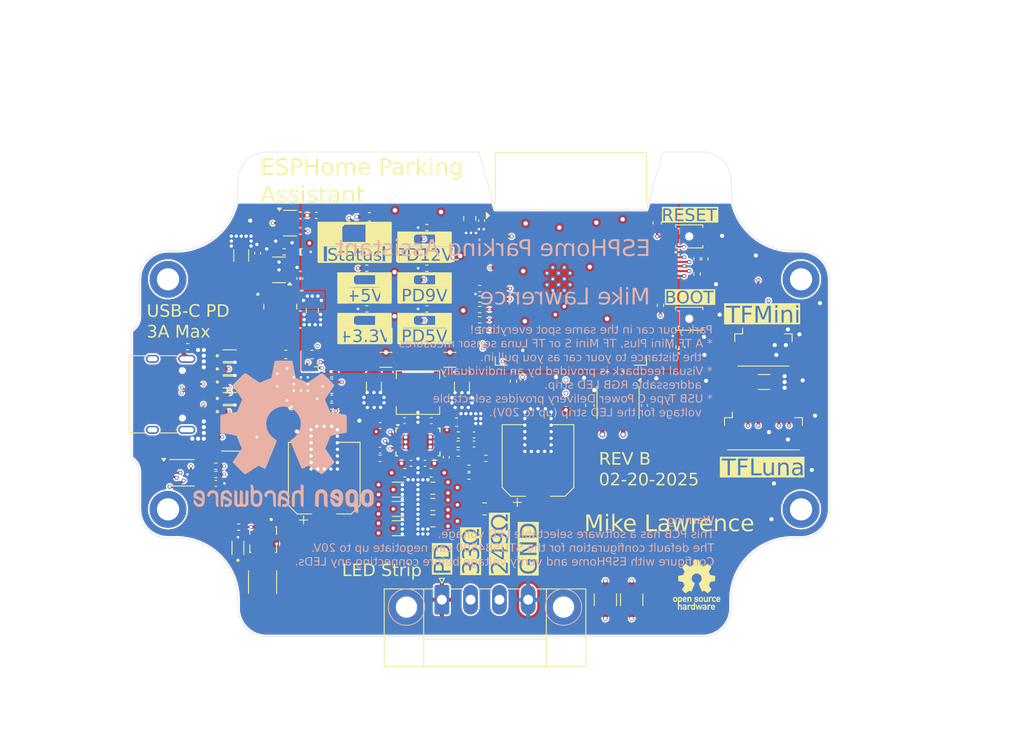
<source format=kicad_pcb>
(kicad_pcb (version 20241229) (generator "pcbnew") (generator_version "9.0")
  (title_block (rev "B"))
  (layers (0 "F.Cu" signal) (4 "In1.Cu" signal) (6 "In2.Cu" signal) (2 "B.Cu" signal) (13 "F.Paste" user) (15 "B.Paste" user) (5 "F.SilkS" user "F.Silkscreen") (7 "B.SilkS" user "B.Silkscreen") (1 "F.Mask" user) (3 "B.Mask" user) (25 "Edge.Cuts" user))
  (net 0 "")
  (net 1 "GND")
  (net 2 "/ESP32-S3/D-")
  (net 3 "/ESP32-S3/D+")
  (net 4 "Net-(Q1-G)")
  (net 5 "VLED")
  (net 6 "+3V3")
  (net 7 "/Power Supplies/3V3_SW")
  (net 8 "/Power Supplies/L2")
  (net 9 "/Power Supplies/L1")
  (net 10 "+5V")
  (net 11 "/VBUS_SW")
  (net 12 "/ESP32-S3/RXD")
  (net 13 "/ESP32-S3/TXD")
  (net 14 "/ESP32-S3/TFL_TXD{slash}SDA")
  (net 15 "/ESP32-S3/TFL_CONFIG")
  (net 16 "/ESP32-S3/TFL_RXD{slash}SCL")
  (net 17 "/ESP32-S3/TFL_MULTI")
  (net 18 "Net-(U1-VREG_1V2)")
  (net 19 "Net-(U3-CB)")
  (net 20 "Net-(U1-VREG_2V7)")
  (net 23 "Net-(J4-Pin_2)")
  (net 24 "Net-(J4-Pin_3)")
  (net 25 "Net-(C3-Pad1)")
  (net 26 "Net-(C9-Pad2)")
  (net 27 "Net-(C10-Pad1)")
  (net 28 "Net-(U4-BOOT1)")
  (net 29 "Net-(U4-BOOT2)")
  (net 30 "Net-(U4-ISN)")
  (net 31 "Net-(U4-ISP)")
  (net 32 "Net-(U4-VCC)")
  (net 33 "Net-(U4-DITH{slash}SYNC)")
  (net 34 "Net-(U4-COMP)")
  (net 35 "Net-(U4-EXTVCC)")
  (net 36 "Net-(C30-Pad2)")
  (net 37 "Net-(U5-IO0)")
  (net 38 "Net-(U5-EN)")
  (net 39 "Net-(J1-CC2)")
  (net 40 "Net-(J1-CC1)")
  (net 41 "Net-(D7-K)")
  (net 42 "Net-(D7-A)")
  (net 43 "Net-(D9-K)")
  (net 44 "Net-(D9-A)")
  (net 45 "Net-(D10-A)")
  (net 46 "Net-(D11-A)")
  (net 48 "Net-(D12-DIN)")
  (net 49 "Net-(J1-SHIELD)")
  (net 50 "Net-(D6-A)")
  (net 51 "Net-(D6-K)")
  (net 52 "Net-(U3-FB)")
  (net 57 "Net-(U1-VBUS_VS_DISCH)")
  (net 58 "Net-(U1-VBUS_EN_SNK)")
  (net 59 "Net-(U2-Vin+)")
  (net 60 "Net-(U2-Vin-)")
  (net 61 "Net-(U1-DISCH)")
  (net 62 "Net-(U4-FB)")
  (net 63 "Net-(U4-FSW)")
  (net 64 "Net-(U4-CDC)")
  (net 65 "Net-(U6-OUT_A)")
  (net 66 "Net-(U6-OUT_B)")
  (net 67 "GNDA")
  (net 73 "Net-(U5-IO6)")
  (net 78 "/Power Supplies/5VOUT")
  (net 80 "/ESP32-S3/USB_ALERT")
  (net 81 "/ESP32-S3/SCL")
  (net 82 "/ESP32-S3/SDA")
  (net 83 "/ESP32-S3/PWR_ALERT")
  (net 84 "/ESP32-S3/+5V_EN")
  (net 85 "/ESP32-S3/~{+5V_CC}")
  (net 86 "/ESP32-S3/+5V_PG")
  (net 90 "Net-(U5-IO47)")
  (net 92 "VBUS_M")
  (net 93 "VBUS")
  (footprint "Capacitor_SMD:C_0603_1608Metric" (layer "F.Cu") (at 116.525 70.15 180)
    (property "Reference" "C1" (hide yes))
    (property "Value" "1uF" (hide yes))
  )
  (footprint "Resistor_SMD:R_1206_3216Metric" (layer "F.Cu") (at 125.511 70.8 180)
    (property "Reference" "R16" (hide yes))
    (property "Value" "2.2Ω" (hide yes))
  )
  (footprint "Resistor_SMD:R_0402_1005Metric" (layer "F.Cu") (at 136.91 67.21)
    (property "Reference" "R31" (hide yes))
    (property "Value" "DNP" (hide yes))
  )
  (footprint "Capacitor_SMD:C_0805_2012Metric" (layer "F.Cu") (at 131.221252 90.4)
    (property "Reference" "C17" (hide yes))
    (property "Value" "22uF" (hide yes))
  )
  (footprint "NetTie:NetTie-2_SMD_Pad0.5mm" (layer "F.Cu") (at 135.73 78.7 -90)
    (property "Reference" "NT1" (hide yes))
    (property "Value" "~" (hide yes))
  )
  (footprint "Capacitor_SMD:C_0402_1005Metric" (layer "F.Cu") (at 161.5 69.27 -90)
    (property "Reference" "C36" (hide yes))
    (property "Value" "100nF" (hide yes))
  )
  (footprint "Resistor_SMD:R_0402_1005Metric" (layer "F.Cu") (at 101.39 69.2)
    (property "Reference" "R9" (hide yes))
    (property "Value" "1MΩ" (hide yes))
  )
  (footprint "Resistor_SMD:R_0402_1005Metric" (layer "F.Cu") (at 158.9 64.16 90)
    (property "Reference" "R37" (hide yes))
    (property "Value" "100KΩ" (hide yes))
  )
  (footprint "MountingHole:MountingHole_2.7mm_M2.5_ISO7380_Pad_TopBottom" (layer "F.Cu") (at 176 61)
    (property "Reference" "MH2" (hide yes))
    (property "Value" "MountingHole_2.7mm_M2.5_ISO7380_Pad_TopBottom" (hide yes))
  )
  (footprint "Resistor_SMD:R_2512_6332Metric" (layer "F.Cu") (at 107.7 80.2)
    (property "Reference" "R1" (hide yes))
    (property "Value" "50mΩ" (hide yes))
  )
  (footprint "Capacitor_SMD:C_0603_1608Metric" (layer "F.Cu") (at 127.8 84.55)
    (property "Reference" "C25" (hide yes))
    (property "Value" "1uF" (hide yes))
  )
  (footprint "RF_Module:ESP32-S3-WROOM-1" (layer "F.Cu") (at 148 58.5)
    (property "Reference" "U5" (hide yes))
    (property "Value" "ESP32-S3-WROOM-1" (hide yes))
  )
  (footprint "Capacitor_SMD:C_1206_3216Metric" (layer "F.Cu") (at 126.976748 88.95)
    (property "Reference" "C21" (hide yes))
    (property "Value" "10uF" (hide yes))
  )
  (footprint "Resistor_SMD:R_0402_1005Metric" (layer "F.Cu") (at 118.9 72.5125 180)
    (property "Reference" "R2" (hide yes))
    (property "Value" "2KΩ" (hide yes))
  )
  (footprint "Resistor_SMD:R_0805_2012Metric" (layer "F.Cu") (at 137.5 88.95)
    (property "Reference" "R18" (hide yes))
    (property "Value" "25mΩ" (hide yes))
  )
  (footprint "Resistor_SMD:R_0402_1005Metric" (layer "F.Cu") (at 130.4775 64.6 180)
    (property "Reference" "R10" (hide yes))
    (property "Value" "432Ω" (hide yes))
  )
  (footprint "Resistor_SMD:R_0402_1005Metric" (layer "F.Cu") (at 124.79 82.8 180)
    (property "Reference" "R25" (hide yes))
    (property "Value" "48.7KΩ" (hide yes))
  )
  (footprint "Capacitor_SMD:C_0402_1005Metric" (layer "F.Cu") (at 136.22 81.053063 180)
    (property "Reference" "C30" (hide yes))
    (property "Value" "10nF" (hide yes))
  )
  (footprint "LED_SMD:LED_0603_1608Metric" (layer "F.Cu") (at 122.9 66)
    (property "Reference" "D10" (hide yes))
    (property "Value" "Green" (hide yes))
  )
  (footprint "TPS552872RYQR:VQFN21_RYQ_TEX" (layer "F.Cu") (at 129.399874 80.803)
    (property "Reference" "U4" (hide yes))
    (property "Value" "TPS552872RYQR" (hide yes))
  )
  (footprint "Resistor_SMD:R_0402_1005Metric" (layer "F.Cu") (at 164.3 58.5 -90)
    (property "Reference" "R28" (hide yes))
    (property "Value" "10KΩ" (hide yes))
  )
  (footprint "Capacitor_SMD:C_0805_2012Metric" (layer "F.Cu") (at 131.221252 88.4)
    (property "Reference" "C16" (hide yes))
    (property "Value" "22uF" (hide yes))
  )
  (footprint "Capacitor_SMD:C_0805_2012Metric" (layer "F.Cu") (at 131.221252 86.425)
    (property "Reference" "C15" (hide yes))
    (property "Value" "22uF" (hide yes))
  )
  (footprint "ESDA25P35-1U1M:TVS_ESDA25P35-1U1M" (layer "F.Cu") (at 106.5 71.9)
    (property "Reference" "D5" (hide yes))
    (property "Value" "ESDA25P35-1U1M" (hide yes))
  )
  (footprint "Capacitor_SMD:C_0402_1005Metric" (layer "F.Cu") (at 124.8 78.8)
    (property "Reference" "C29" (hide yes))
    (property "Value" "100nF" (hide yes))
  )
  (footprint "Resistor_SMD:R_0402_1005Metric" (layer "F.Cu") (at 163.35 58.5 -90)
    (property "Reference" "R34" (hide yes))
    (property "Value" "DNP" (hide yes))
  )
  (footprint "VLCF4028T-100M1R0-2:IND_VLCF4028T-100M1R0-2" (layer "F.Cu") (at 112.65 64.325)
    (property "Reference" "L1" (hide yes))
    (property "Value" "10uH" (hide yes))
  )
  (footprint "Capacitor_SMD:C_0603_1608Metric" (layer "F.Cu") (at 113.325001 70.15)
    (property "Reference" "C2" (hide yes))
    (property "Value" "1uF" (hide yes))
  )
  (footprint "Resistor_SMD:R_0402_1005Metric" (layer "F.Cu") (at 136.91 62.13)
    (property "Reference" "R30" (hide yes))
    (property "Value" "100KΩ" (hide yes))
  )
  (footprint "Capacitor_SMD:C_1206_3216Metric" (layer "F.Cu") (at 124.0485 74.225 90)
    (property "Reference" "C9" (hide yes))
    (property "Value" "330pF" (hide yes))
  )
  (footprint "ESDA25P35-1U1M:TVS_ESDA25P35-1U1M" (layer "F.Cu") (at 106.5 75.5)
    (property "Reference" "D2" (hide yes))
    (property "Value" "ESDA7P60-1U1M" (hide yes))
  )
  (footprint "Resistor_SMD:R_0402_1005Metric" (layer "F.Cu") (at 130.4775 59.65 180)
    (property "Reference" "R11" (hide yes))
    (property "Value" "432Ω" (hide yes))
  )
  (footprint "Resistor_SMD:R_0402_1005Metric" (layer "F.Cu") (at 107.6 91.1625)
    (property "Reference" "R3" (hide yes))
    (property "Value" "100KΩ" (hide yes))
  )
  (footprint "Resistor_SMD:R_0402_1005Metric" (layer "F.Cu") (at 160.4 69.24 -90)
    (property "Reference" "R27" (hide yes))
    (property "Value" "10KΩ" (hide yes))
  )
  (footprint "Resistor_SMD:R_0402_1005Metric" (layer "F.Cu") (at 136.91 64.67)
    (property "Reference" "R33" (hide yes))
    (property "Value" "DNP" (hide yes))
  )
  (footprint "Capacitor_SMD:C_0603_1608Metric" (layer "F.Cu") (at 134.1 78.4 180)
    (property "Reference" "C26" (hide yes))
    (property "Value" "4.7uF" (hide yes))
  )
  (footprint "Resistor_SMD:R_0402_1005Metric" (layer "F.Cu") (at 134.3 81.053063)
    (property "Reference" "R23" (hide yes))
    (property "Value" "15KΩ" (hide yes))
  )
  (footprint "Capacitor_SMD:C_0402_1005Metric" (layer "F.Cu") (at 124.79 81.8)
    (property "Reference" "C27" (hide yes))
    (property "Value" "10nF" (hide yes))
  )
  (footprint "Resistor_SMD:R_1206_3216Metric" (layer "F.Cu") (at 133.289 70.8 180)
    (property "Reference" "R17" (hide yes))
    (property "Value" "2.2Ω" (hide yes))
  )
  (footprint "Fuse:Fuse_1812_4532Metric" (layer "F.Cu") (at 110.5 97.8625 -90)
    (property "Reference" "F1" (hide yes))
    (property "Value" "3A" (hide yes))
  )
  (footprint "MountingHole:MountingHole_2.7mm_M2.5_ISO7380_Pad_TopBottom" (layer "F.Cu") (at 99 61)
    (property "Reference" "MH1" (hide yes))
    (property "Value" "MountingHole_2.7mm_M2.5_ISO7380_Pad_TopBottom" (hide yes))
  )
  (footprint "Package_TO_SOT_SMD:SOT-23-6" (layer "F.Cu") (at 112.5 59.85 180)
    (property "Reference" "U3" (hide yes))
    (property "Value" "TPS560430" (hide yes))
  )
  (footprint "Button_Switch_SMD:SW_SPST_B3U-1000P-B" (layer "F.Cu") (at 162.4 55.78 180)
    (property "Reference" "SW1" (hide yes))
    (property "Value" "RESET")
  )
  (footprint "Resistor_SMD:R_0402_1005Metric" (layer "F.Cu") (at 136.91 65.94)
    (property "Reference" "R35" (hide yes))
    (property "Value" "DNP" (hide yes))
  )
  (footprint "Resistor_SMD:R_0402_1005Metric" (layer "F.Cu") (at 104.81 84.75 180)
    (property "Reference" "R7" (hide yes))
    (property "Value" "10Ω" (hide yes))
  )
  (footprint "Resistor_SMD:R_0402_1005Metric" (layer "F.Cu") (at 104.81 83.75 180)
    (property "Reference" "R6" (hide yes))
    (property "Value" "10Ω" (hide yes))
  )
  (footprint "Resistor_SMD:R_1210_3225Metric" (layer "F.Cu") (at 155.4 100 -90)
    (property "Reference" "R39" (hide yes))
    (property "Value" "249Ω" (hide yes))
  )
  (footprint "Capacitor_SMD:C_0603_1608Metric" (layer "F.Cu") (at 123.5 53.4)
    (property "Reference" "C39" (hide yes))
    (property "Value" "1uF" (hide yes))
  )
  (footprint "Capacitor_SMD:C_0402_1005Metric" (layer "F.Cu") (at 127.766622 78.2)
    (property "Reference" "C11" (hide yes))
    (property "Value" "100nF" (hide yes))
  )
  (footprint "ESDA25P35-1U1M:TVS_ESDA25P35-1U1M" (layer "F.Cu") (at 106.5 77.1)
    (property "Reference" "D4" (hide yes))
    (property "Value" "ESDA25P35-1U1M" (hide yes))
  )
  (footprint "Resistor_SMD:R_0402_1005Metric" (layer "F.Cu") (at 130.4775 54.7 180)
    (property "Reference" "R12" (hide yes))
    (property "Value" "432Ω" (hide yes))
  )
  (footprint "Resistor_SMD:R_0402_1005Metric" (layer "F.Cu") (at 134.3 82.15 180)
    (property "Reference" "R24" (hide yes))
    (property "Value" "31.6KΩ" (hide yes))
  )
  (footprint "Resistor_SMD:R_0402_1005Metric" (layer "F.Cu") (at 113.1275 57.66)
    (property "Reference" "R15" (hide yes))
    (property "Value" "22KΩ" (hide yes))
  )
  (footprint "Resistor_SMD:R_0402_1005Metric" (layer "F.Cu") (at 137.65 82.8 180)
    (property "Reference" "R21" (hide yes))
    (property "Value" "100KΩ" (hide yes))
  )
  (footprint "Capacitor_SMD:C_1206_3216Metric" (layer "F.Cu") (at 107.9 58.1 90)
    (property "Reference" "C6" (hide yes))
    (property "Value" "10uF" (hide yes))
  )
  (footprint "Resistor_SMD:R_0402_1005Metric" (layer "F.Cu") (at 135.6 84)
    (property "Reference" "R19" (hide yes))
    (property "Value" "10Ω" (hide yes))
  )
  (footprint "ESDA25P35-1U1M:TVS_ESDA25P35-1U1M" (layer "F.Cu") (at 106.5 70.3)
    (property "Reference" "D8" (hide yes))
    (property "Value" "ESDA25P35-1U1M" (hide yes))
  )
  (footprint "Capacitor_SMD:C_0402_1005Metric" (layer "F.Cu") (at 104.82 85.85 180)
    (property "Reference" "C4" (hide yes))
    (property "Value" "100nF" (hide yes))
  )
  (footprint "Resistor_SMD:R_0402_1005Metric" (layer "F.Cu") (at 135.6 84.95)
    (property "Reference" "R20" (hide yes))
    (property "Value" "10Ω" (hide yes))
  )
  (footprint "Connector_Molex:Molex_PicoBlade_53398-0671_1x06-1MP_P1.25mm_Vertical" (layer "F.Cu") (at 171.425 79.05)
    (property "Reference" "J3" (hide yes))
    (property "Value" "533980671" (hide yes))
  )
  (footprint "Connector_USB:USB_C_Receptacle_HRO_TYPE-C-31-M-12" (layer "F.Cu") (at 98.15 75 -90)
    (property "Reference" "J1" (hide yes))
    (property "Value" "TYPE-C-31-M-12" (hide yes))
  )
  (footprint "Package_SO:VSSOP-10_3x3mm_P0.5mm" (layer "F.Cu") (at 100.685 84.55)
    (property "Reference" "U2" (hide yes))
    (property "Value" "INA228" (hide yes))
  )
  (footprint "Resistor_SMD:R_0402_1005Metric" (layer "F.Cu") (at 163.35 60.36 -90)
    (property "Reference" "R36" (hide yes))
    (property "Value" "DNP" (hide yes))
  )
  (footprint "Capacitor_SMD:C_0402_1005Metric" (layer "F.Cu") (at 128.55 83.4 180)
    (property "Reference" "C22" (hide yes))
    (property "Value" "100nF" (hide yes))
  )
  (footprint "Capacitor_SMD:CP_Elec_8x10.5" (layer "F.Cu") (at 118 85.2 90)
    (property "Reference" "C23" (hide yes))
    (property "Value" "220uF" (hide yes))
  )
  (footprint "STL9P3LLH6:TRANS_STL9P3LLH6" (layer "F.Cu") (at 110.575 92.6875 -90)
    (property "Reference" "Q1" (hide yes))
    (property "Value" "STL9P3LLH6" (hide yes))
  )
  (footprint "Resistor_SMD:R_1210_3225Metric" (layer "F.Cu") (at 152.2 100 -90)
    (property "Reference" "R38" (hide yes))
    (property "Value" "33Ω" (hide yes))
  )
  (footprint "LED_SMD:LED_WS2812B-2020_PLCC4_2.0x2.0mm" (layer "F.Cu") (at 121.615 55.4)
    (property "Reference" "D12" (hide yes))
    (property "Value" "WS2812B-2020" (hide yes))
  )
  (footprint "Capacitor_SMD:CP_Elec_8x10.5" (layer "F.Cu") (at 144 83.05 90)
    (property "Reference" "C18" (hide yes))
    (property "Value" "220uF" (hide yes))
  )
  (footprint "LED_SMD:LED_0603_1608Metric" (layer "F.Cu") (at 130.2 66)
    (property "Reference" "D6" (hide yes))
    (property "Value" "Blue" (hide yes))
  )
  (footprint "Package_SO:SOIC-8_3.9x4.9mm_P1.27mm" (layer "F.Cu") (at 153.735 76 -90)
    (property "Reference" "U6" (hide yes))
    (property "Value" "TC4427" (hide yes))
  )
  (footprint "Symbol:OSHW-Logo_5.7x6mm_SilkScreen" (layer "F.Cu") (at 163.3 98.2)
    (property "Reference" "TEXT1" (hide yes))
    (property "Value" "OSHW-Logo_5.7x6mm_SilkScreen" (hide yes))
  )
  (footprint "ESDA25P35-1U1M:TVS_ESDA25P35-1U1M" (layer "F.Cu") (at 107.5 93.7 90)
    (property "Reference" "D1" (hide yes))
    (property "Value" "ESDA25P35-1U1M" (hide yes))
  )
  (footprint "Package_DFN_QFN:QFN-24-1EP_4x4mm_P0.5mm_EP2.7x2.7mm" (layer "F.Cu") (at 115.175 73.7625)
    (property "Reference" "U1" (hide yes))
    (property "Value" "STUSB4500" (hide yes))
  )
  (footprint "Resistor_SMD:R_0402_1005Metric" (layer "F.Cu") (at 123.1775 64.6 180)
    (property "Reference" "R14" (hide yes))
    (property "Value" "2KΩ" (hide yes))
  )
  (footprint "Capacitor_SMD:C_1206_3216Metric" (layer "F.Cu") (at 171.5 73.5)
    (property "Reference" "C33" (hide yes))
    (property "Value" "10uF" (hide yes))
  )
  (footprint "Capacitor_SMD:C_0402_1005Metric" (layer "F.Cu") (at 118.9 75.4625 180)
    (property "Reference" "C3" (hide yes))
    (property "Value" "100nF" (hide yes))
  )
  (footprint "Connector_Phoenix_MC:PhoenixContact_MC_1,5_4-GF-3.5_1x04_P3.50mm_Horizontal_ThreadedFlange_MountHole" (layer "F.Cu") (at 132.305 100)
    (property "Reference" "J4" (hide yes))
    (property "Value" "Screw_Terminal_01x04" (hide yes))
  )
  (footprint "Capacitor_SMD:C_1206_3216Metric" (layer "F.Cu") (at 126.976748 86.6)
    (property "Reference" "C24" (hide yes))
    (property "Value" "10uF" (hide yes))
  )
  (footprint "Connector_Molex:Molex_PicoBlade_53398-0471_1x04-1MP_P1.25mm_Vertical" (layer "F.Cu") (at 171.425 68.85)
    (property "Reference" "J2" (hide yes))
    (property "Value" "533980471" (hide yes))
  )
  (footprint "MountingHole:MountingHole_2.7mm_M2.5_ISO7380_Pad_TopBottom" (layer "F.Cu") (at 99 89)
    (property "Reference" "MH3" (hide yes))
    (property "Value" "MountingHole_2.7mm_M2.5_ISO7380_Pad_TopBottom" (hide yes))
  )
  (footprint "Capacitor_SMD:C_0402_1005Metric" (layer "F.Cu") (at 136.22 79.95 180)
    (property "Reference" "C28" (hide yes))
    (property "Value" "2.7nF" (hide yes))
  )
  (footprint "Resistor_SMD:R_0402_1005Metric" (layer "F.Cu") (at 118.9 74.5125)
    (property "Reference" "R4" (hide yes))
    (property "Value" "100Ω" (hide yes))
  )
  (footprint "Inductor_SMD:L_Vishay_IHLP-2020" (layer "F.Cu") (at 129.4 74.8)
    (property "Reference" "L2" (hide yes))
    (property "Value" "4.7uH" (hide yes))
  )
  (footprint "ESDA25P35-1U1M:TVS_ESDA25P35-1U1M" (layer "F.Cu") (at 106.5 73.5)
    (property "Reference" "D3" (hide yes))
    (property "Value" "ESDA7P60-1U1M" (hide yes))
  )
  (footprint "Capacitor_SMD:C_0805_2012Metric" (layer "F.Cu") (at 135.7 53.6 90)
    (property "Reference" "C32" (hide yes))
    (property "Value" "22uF" (hide yes))
  )
  (footprint "Capacitor_SMD:C_0402_1005Metric" (layer "F.Cu") (at 115.025 60.9 -90)
    (property "Reference" "C5" (hide yes))
    (property "Value" "100nF" (hide yes))
  )
  (footprint "Capacitor_SMD:C_0402_1005Metric" (layer "F.Cu") (at 132.85 82.6576 -90)
    (property "Reference" "C19" (hide yes))
    (property "Value" "100nF" (hide yes))
  )
  (footprint "LED_SMD:LED_0603_1608Metric" (layer "F.Cu") (at 122.9 61.05)
    (property "Reference" "D11" (hide yes))
    (property "Value" "Green" (hide yes))
  )
  (footprint "Package_TO_SOT_SMD:SOT-23-5" (layer "F.Cu") (at 113.84 54.1625)
    (property "Reference" "U7" (hide yes))
    (property "Value" "SN74LV1T34DBV" (hide yes))
  )
  (footprint "Capacitor_SMD:C_1206_3216Metric" (layer "F.Cu") (at 134.7515 74.225 -90)
    (property "Reference" "C10" (hide yes))
    (property "Value" "330pF" (hide yes))
  )
  (footprint "Capacitor_SMD:C_0402_1005Metric" (layer "F.Cu") (at 156.95 76.35 -90)
    (property "Reference" "C34" (hide yes))
    (property "Value" "100nF" (hide yes))
  )
  (footprint "LED_SMD:LED_0603_1608Metric" (layer "F.Cu") (at 130.2 61.05)
    (property "Reference" "D7" (hide yes))
    (property "Value" "Blue" (hide yes))
  )
  (footprint "Capacitor_SMD:C_0402_1005Metric" (layer "F.Cu") (at 117.02 53.2125)
    (property "Reference" "C38" (hide yes))
    (property "Value" "100nF" (hide yes))
  )
  (footprint "Capacitor_SMD:C_0603_1608Metric" (layer "F.Cu") (at 130.996252 84.55 180)
    (property "Reference" "C14" (hide yes))
    (property "Value" "1uF" (hide yes))
  )
  (footprint "Capacitor_SMD:C_0402_1005Metric" (layer "F.Cu") (at 130.25 83.4)
    (property "Reference" "C13" (hide yes))
    (property "Value" "100nF" (hide yes))
  )
  (footprint "Resistor_SMD:R_0402_1005Metric" (layer "F.Cu") (at 141.015 73.4 90)
    (property "Reference" "R32" (hide yes))
    (property "Value" "DNP" (hide yes))
  )
  (footprint "Capacitor_SMD:C_0805_2012Metric" (layer "F.Cu") (at 116.55 64.825 -90)
    (property "Reference" "C8" (hide yes))
    (property "Value" "22uF" (hide yes))
  )
  (footprint "Resistor_SMD:R_0402_1005Metric" (layer "F.Cu") (at 118.9 73.5125 180)
    (property "Reference" "R5" (hide yes))
    (property "Value" "22KΩ" (hide yes))
  )
  (footprint "Capacitor_SMD:C_0402_1005Metric" (layer "F.Cu") (at 137.15 53.85 -90)
    (property "Reference" "C31" (hide yes))
    (property "Value" "100nF" (hide yes))
  )
  (footprint "Resistor_SMD:R_0402_1005Metric" (layer "F.Cu") (at 136.91 63.4)
    (property "Reference" "R29" (hide yes))
    (property "Value" "100KΩ" (hide yes))
  )
  (footprint "MountingHole:MountingHole_2.7mm_M2.5_ISO7380_Pad_TopBottom" (layer "F.Cu") (at 176 89)
    (property "Reference" "MH4" (hide yes))
    (property "Value" "MountingHole_2.7mm_M2.5_ISO7380_Pad_TopBottom" (hide yes))
  )
  (footprint "Resistor_SMD:R_0402_1005Metric" (layer "F.Cu") (at 123.1775 59.65 180)
    (property "Reference" "R22" (hide yes))
    (property "Value" "8.2KΩ" (hide yes))
  )
  (footprint "Capacitor_SMD:C_0603_1608Metric" (layer "F.Cu") (at 150.3 76.35 -90)
    (property "Reference" "C35" (hide yes))
    (property "Value" "1uF" (hide yes))
  )
  (footprint "Capacitor_SMD:C_0402_1005Metric" (layer "F.Cu") (at 131.033126 78.2)
    (property "Reference" "C12" (hide yes))
    (property "Value" "100nF" (hide yes))
  )
  (footprint "Capacitor_SMD:C_0603_1608Metric" (layer "F.Cu") (at 158.5 54.15 90)
    (property "Reference" "C37" (hide yes))
    (property "Value" "1uF" (hide yes))
  )
  (footprint "Resistor_SMD:R_0402_1005Metric" (layer "F.Cu") (at 115.16 57.66 180)
    (property "Reference" "R13" (hide yes))
    (property "Value" "51KΩ" (hide yes))
  )
  (footprint "Resistor_SMD:R_0402_1005Metric" (layer "F.Cu") (at 134.31 79.95)
    (property "Reference" "R26" (hide yes))
    (property "Value" "DNP" (hide yes))
  )
  (footprint "Resistor_SMD:R_0402_1005Metric" (layer "F.Cu") (at 118.9 76.4375)
    (property "Reference" "R8" (hide yes))
    (property "Value" "2KΩ" (hide yes))
  )
  (footprint "LED_SMD:LED_0603_1608Metric" (layer "F.Cu") (at 130.2 56.1)
    (property "Reference" "D9" (hide yes))
    (property "Value" "Blue" (hide yes))
  )
  (footprint "Capacitor_SMD:C_1206_3216Metric" (layer "F.Cu") (at 126.976748 91.3)
    (property "Reference" "C20" (hide yes))
    (property "Value" "10uF" (hide yes))
  )
  (footprint "Capacitor_SMD:C_0402_1005Metric" (layer "F.Cu") (at 109.9 57.82 -90)
    (property "Reference" "C7" (hide yes))
    (property "Value" "100nF" (hide yes))
  )
  (footprint "Button_Switch_SMD:SW_SPST_B3U-1000P-B" (layer "F.Cu") (at 162.4 65.8 180)
    (property "Reference" "SW2" (hide yes))
    (property "Value" "BOOT")
  )
  (footprint "Symbol:OSHW-Logo2_24.3x20mm_SilkScreen" (layer "B.Cu") (at 113.05 80.15 180)
    (property "Reference" "TEXT2" (hide yes))
    (property "Value" "OSHW-Logo2_24.3x20mm_SilkScreen" (hide yes))
  )
  (gr_line (start 129.1 66.65) (end 128.8 66.35) (stroke (width 0.2)) (layer "F.SilkS"))
  (gr_rect (start 127 66.8) (end 127.4 68.8) (stroke (width 0.2)) (fill yes) (layer "F.SilkS"))
  (gr_line (start 121.5 61.4) (end 121.8 61.7) (stroke (width 0.2)) (layer "F.SilkS"))
  (gr_rect (start 131.6 55.3) (end 133.4 56.9) (stroke (width 0.2)) (fill yes) (layer "F.SilkS"))
  (gr_line (start 121.95 65.2) (end 121.25 65.9) (stroke (width 0.2)) (layer "F.SilkS"))
  (gr_rect (start 127 60.25) (end 133.4 63.85) (stroke (width 0.2)) (fill no) (layer "F.SilkS"))
  (gr_line (start 117.3 56.7) (end 126.1 56.75) (stroke (width 0.2)) (layer "F.SilkS"))
  (gr_rect (start 127 55.3) (end 133.4 58.9) (stroke (width 0.2)) (fill no) (layer "F.SilkS"))
  (gr_rect (start 119.7 60.25) (end 126.1 63.85) (stroke (width 0.2)) (fill no) (layer "F.SilkS"))
  (gr_rect (start 125.5 56.7) (end 126.1 58.9) (stroke (width 0.2)) (fill yes) (layer "F.SilkS"))
  (gr_rect (start 119.7 60.25) (end 121.5 61.85) (stroke (width 0.2)) (fill yes) (layer "F.SilkS"))
  (gr_rect (start 127 61.85) (end 127.4 63.85) (stroke (width 0.2)) (fill yes) (layer "F.SilkS"))
  (gr_line (start 121.9 60.3) (end 121.4 60.8) (stroke (width 0.2)) (layer "F.SilkS"))
  (gr_line (start 129.1 65.35) (end 128.75 65.7) (stroke (width 0.2)) (layer "F.SilkS"))
  (gr_rect (start 124.9 61.85) (end 126.1 63.85) (stroke (width 0.2)) (fill yes) (layer "F.SilkS"))
  (gr_rect (start 117.3 56.7) (end 117.85 58.85) (stroke (width 0.2)) (fill yes) (layer "F.SilkS"))
  (gr_line (start 127 56.9) (end 133.4 56.9) (stroke (width 0.2)) (layer "F.SilkS"))
  (gr_rect (start 124.3 60.25) (end 126.1 61.85) (stroke (width 0.2)) (fill yes) (layer "F.SilkS"))
  (gr_rect (start 119.7 65.2) (end 121.5 66.8) (stroke (width 0.2)) (fill yes) (layer "F.SilkS"))
  (gr_line (start 124.4 60.75) (end 124.3 61.35) (stroke (width 0.2)) (layer "F.SilkS"))
  (gr_rect (start 127 55.3) (end 128.8 56.9) (stroke (width 0.2)) (fill yes) (layer "F.SilkS"))
  (gr_rect (start 131.6 65.2) (end 133.4 66.8) (stroke (width 0.2)) (fill yes) (layer "F.SilkS"))
  (gr_rect (start 121.5 65.35) (end 124.3 66.65) (stroke (width 0.2)) (fill no) (layer "F.SilkS"))
  (gr_rect (start 128.8 55.45) (end 131.6 56.75) (stroke (width 0.2)) (fill no) (layer "F.SilkS"))
  (gr_rect (start 128.8 65.35) (end 131.6 66.65) (stroke (width 0.2)) (fill no) (layer "F.SilkS"))
  (gr_line (start 128.75 66.3) (end 129.1 66.65) (stroke (width 0.2)) (layer "F.SilkS"))
  (gr_line (start 128.725 56.375) (end 129.075 56.725) (stroke (width 0.2)) (layer "F.SilkS"))
  (gr_line (start 120.6 54.1) (end 120 54.7) (stroke (width 0.2)) (layer "F.SilkS"))
  (gr_line (start 117.3 56.9) (end 126.1 56.9) (stroke (width 0.2)) (layer "F.SilkS"))
  (gr_rect (start 124.3 65.2) (end 126.1 66.8) (stroke (width 0.2)) (fill yes) (layer "F.SilkS"))
  (gr_rect (start 119.7 66.8) (end 120.25 68.8) (stroke (width 0.2)) (fill yes) (layer "F.SilkS"))
  (gr_line (start 119.7 66.8) (end 126.1 66.8) (stroke (width 0.2)) (layer "F.SilkS"))
  (gr_rect (start 133 66.8) (end 133.4 68.8) (stroke (width 0.2)) (fill yes) (layer "F.SilkS"))
  (gr_rect (start 125.7 66.8) (end 126.1 68.8) (stroke (width 0.2)) (fill yes) (layer "F.SilkS"))
  (gr_rect (start 123.2 54.1) (end 126.1 56.75) (stroke (width 0.2)) (fill yes) (layer "F.SilkS"))
  (gr_rect (start 119.7 61.85) (end 121 63.85) (stroke (width 0.2)) (fill yes) (layer "F.SilkS"))
  (gr_rect (start 119.7 65.2) (end 126.1 68.8) (stroke (width 0.2)) (fill no) (layer "F.SilkS"))
  (gr_line (start 131.6 55.7) (end 131.6 56.5) (stroke (width 0.2)) (layer "F.SilkS"))
  (gr_rect (start 133 61.85) (end 133.4 63.85) (stroke (width 0.2)) (fill yes) (layer "F.SilkS"))
  (gr_line (start 121.9 66.7) (end 121.4 66.3) (stroke (width 0.2)) (layer "F.SilkS"))
  (gr_line (start 127 66.8) (end 133.4 66.8) (stroke (width 0.2)) (layer "F.SilkS"))
  (gr_rect (start 117.3 54.1) (end 120.05 56.85) (stroke (width 0.2)) (fill yes) (layer "F.SilkS"))
  (gr_rect (start 127 65.2) (end 128.8 66.8) (stroke (width 0.2)) (fill yes) (layer "F.SilkS"))
  (gr_rect (start 128.8 60.4) (end 131.6 61.7) (stroke (width 0.2)) (fill no) (layer "F.SilkS"))
  (gr_line (start 119.7 61.85) (end 126.1 61.85) (stroke (width 0.2)) (layer "F.SilkS"))
  (gr_rect (start 121.5 60.4) (end 124.3 61.7) (stroke (width 0.2)) (fill no) (layer "F.SilkS"))
  (gr_line (start 129.1 60.4) (end 128.8 60.7) (stroke (width 0.2)) (layer "F.SilkS"))
  (gr_rect (start 127 65.2) (end 133.4 68.8) (stroke (width 0.2)) (fill no) (layer "F.SilkS"))
  (gr_line (start 128.8 61.4) (end 129.1 61.7) (stroke (width 0.2)) (layer "F.SilkS"))
  (gr_line (start 127 61.85) (end 133.4 61.85) (stroke (width 0.2)) (layer "F.SilkS"))
  (gr_rect (start 131.6 60.25) (end 133.4 61.85) (stroke (width 0.2)) (fill yes) (layer "F.SilkS"))
  (gr_rect (start 120.1 54.25) (end 123.115 56.55) (stroke (width 0.2)) (fill no) (layer "F.SilkS"))
  (gr_rect (start 127 60.25) (end 128.8 61.85) (stroke (width 0.2)) (fill yes) (layer "F.SilkS"))
  (gr_rect (start 117.3 54.1) (end 126.1 58.9) (stroke (width 0.2)) (fill no) (layer "F.SilkS"))
  (gr_line (start 129.2 55.35) (end 128.8 55.75) (stroke (width 0.2)) (layer "F.SilkS"))
  (gr_arc (start 176 57.5) (mid 178.474874 58.525126) (end 179.5 61) (stroke (width 0.05)) (layer "Edge.Cuts"))
  (gr_line (start 99 57.5) (end 100 57.5) (stroke (width 0.05)) (layer "Edge.Cuts"))
  (gr_arc (start 95.5 65.5) (mid 95.2355 66.509571) (end 94.5 67.25) (stroke (width 0.05)) (layer "Edge.Cuts"))
  (gr_arc (start 99 92.5) (mid 96.525126 91.474874) (end 95.5 89) (stroke (width 0.05)) (layer "Edge.Cuts"))
  (gr_line (start 111 104.5) (end 164 104.5) (stroke (width 0.05)) (layer "Edge.Cuts"))
  (gr_arc (start 179.5 89) (mid 178.474874 91.474874) (end 176 92.5) (stroke (width 0.05)) (layer "Edge.Cuts"))
  (gr_line (start 179.5 62) (end 179.5 89) (stroke (width 0.05)) (layer "Edge.Cuts"))
  (gr_arc (start 167.5 100) (mid 169.696699 94.696699) (end 175 92.5) (stroke (width 0.05)) (layer "Edge.Cuts"))
  (gr_arc (start 167.5 101) (mid 166.474874 103.474874) (end 164 104.5) (stroke (width 0.05)) (layer "Edge.Cuts"))
  (gr_line (start 107.5 101) (end 107.5 100) (stroke (width 0.05)) (layer "Edge.Cuts"))
  (gr_arc (start 107.5 49) (mid 108.525126 46.525126) (end 111 45.5) (stroke (width 0.05)) (layer "Edge.Cuts"))
  (gr_line (start 95.5 61) (end 95.5 65.5) (stroke (width 0.05)) (layer "Edge.Cuts"))
  (gr_arc (start 100 92.5) (mid 105.303301 94.696699) (end 107.5 100) (stroke (width 0.05)) (layer "Edge.Cuts"))
  (gr_line (start 179.5 62) (end 179.5 61) (stroke (width 0.05)) (layer "Edge.Cuts"))
  (gr_arc (start 111 104.5) (mid 108.525126 103.474874) (end 107.5 101) (stroke (width 0.05)) (layer "Edge.Cuts"))
  (gr_arc (start 95.5 61) (mid 96.525126 58.525126) (end 99 57.5) (stroke (width 0.05)) (layer "Edge.Cuts"))
  (gr_line (start 167.5 49) (end 167.5 50) (stroke (width 0.05)) (layer "Edge.Cuts"))
  (gr_line (start 176 92.5) (end 175 92.5) (stroke (width 0.05)) (layer "Edge.Cuts"))
  (gr_arc (start 94.4978 82.7434) (mid 95.233297 83.48383) (end 95.4978 84.4934) (stroke (width 0.05)) (layer "Edge.Cuts"))
  (gr_line (start 175 57.5) (end 176 57.5) (stroke (width 0.05)) (layer "Edge.Cuts"))
  (gr_line (start 157.2 52.5) (end 159.2 45.5) (stroke (width 0.05)) (layer "Edge.Cuts"))
  (gr_line (start 138.8 52.5) (end 157.2 52.5) (stroke (width 0.05)) (layer "Edge.Cuts"))
  (gr_line (start 95.5 89) (end 95.5 84.5) (stroke (width 0.05)) (layer "Edge.Cuts"))
  (gr_arc (start 107.5 50) (mid 105.303301 55.303301) (end 100 57.5) (stroke (width 0.05)) (layer "Edge.Cuts"))
  (gr_arc (start 164 45.5) (mid 166.474874 46.525126) (end 167.5 49) (stroke (width 0.05)) (layer "Edge.Cuts"))
  (gr_arc (start 175 57.5) (mid 169.696699 55.303301) (end 167.5 50) (stroke (width 0.05)) (layer "Edge.Cuts"))
  (gr_line (start 136.8 45.5) (end 111 45.5) (stroke (width 0.05)) (layer "Edge.Cuts"))
  (gr_line (start 167.5 100) (end 167.5 101) (stroke (width 0.05)) (layer "Edge.Cuts"))
  (gr_line (start 138.8 52.5) (end 136.8 45.5) (stroke (width 0.05)) (layer "Edge.Cuts"))
  (gr_line (start 107.5 50) (end 107.5 49) (stroke (width 0.05)) (layer "Edge.Cuts"))
  (gr_line (start 100 92.5) (end 99 92.5) (stroke (width 0.05)) (layer "Edge.Cuts"))
  (gr_line (start 164 45.5) (end 159.2 45.5) (stroke (width 0.05)) (layer "Edge.Cuts"))
  (gr_line (start 94.5 67.25) (end 94.5 82.75) (stroke (width 0.05)) (layer "Edge.Cuts"))
  (gr_text "TFMini" (at 171.4 66.6 0) (layer "F.SilkS" knockout) (effects (font (size 2 2) (thickness 0.3)) (justify bottom)))
  (gr_text "LED Strip" (at 120.15 96.5 0) (layer "F.SilkS") (effects (font (size 1.5 1.5) (thickness 0.3)) (justify left)))
  (gr_text "TFLuna" (at 171.4 85.2 0) (layer "F.SilkS" knockout) (effects (font (size 2 2) (thickness 0.3)) (justify bottom)))
  (gr_text "33Ω" (at 136 97 90) (layer "F.SilkS" knockout) (effects (font (size 2 2) (thickness 0.2125)) (justify left)))
  (gr_text "PD" (at 132.525 97 90) (layer "F.SilkS" knockout) (effects (font (size 2 2) (thickness 0.2125)) (justify left)))
  (gr_text "249Ω" (at 139.5 97 90) (layer "F.SilkS" knockout) (effects (font (size 2 2) (thickness 0.2)) (justify left)))
  (gr_text "Mike Lawrence" (at 149.6 92 -0) (layer "F.SilkS") (effects (font (size 2 2) (thickness 0.3)) (justify left bottom)))
  (gr_text "Status" (at 121.7 58.1125 0) (layer "F.SilkS" knockout) (effects (font (size 1.5 1.5) (thickness 0.3))))
  (gr_text "PD5V" (at 130.2 68.0125 0) (layer "F.SilkS" knockout) (effects (font (size 1.5 1.5) (thickness 0.3))))
  (gr_text "+5V" (at 122.9 63.0625 0) (layer "F.SilkS" knockout) (effects (font (size 1.5 1.5) (thickness 0.3))))
  (gr_text "+3.3V" (at 122.9 68.0125 0) (layer "F.SilkS" knockout) (effects (font (size 1.5 1.5) (thickness 0.3))))
  (gr_text "USB-C PD\n3A Max" (at 96.4 66.2 0) (layer "F.SilkS") (effects (font (size 1.5 1.5) (thickness 0.25)) (justify left)))
  (gr_text "PD9V" (at 130.2 63.0625 0) (layer "F.SilkS" knockout) (effects (font (size 1.5 1.5) (thickness 0.3))))
  (gr_text "PD12V" (at 130.2 58.1125 0) (layer "F.SilkS" knockout) (effects (font (size 1.5 1.5) (thickness 0.3))))
  (gr_text "REV B\n02-20-2025" (at 151.4 84.2 0) (layer "F.SilkS") (effects (font (size 1.5 1.5) (thickness 0.3)) (justify left)))
  (gr_text "GND" (at 143 97 90) (layer "F.SilkS" knockout) (effects (font (size 2 2) (thickness 0.2)) (justify left)))
  (gr_text "ESPHome Parking\nAssistant" (at 110.2 52 0) (layer "F.SilkS") (effects (font (size 2 2) (thickness 0.3)) (justify left bottom)))
  (gr_text "Park your car in the same spot everytime! \n* A TF Mini Plus, TF Mini S or TF Luna sensor measures \n   the distance to your car as you pull in. \n* Visual feedback is provided by an individually\n   addressable RGB LED strip.\n* USB Type C Power Delivery provides selectable \n   voltage for the LED strip (up to 20V)." (at 165.25 66.6 0) (layer "B.SilkS") (effects (font (size 1 1)) (justify left top mirror)))
  (gr_text "ESPHome Parking Assistant" (at 157.7 58.5 0) (layer "B.SilkS") (effects (font (size 2 2) (thickness 0.3)) (justify left bottom mirror)))
  (gr_text "Warning:\nThis PCB has a software selectable LED voltage.\nThe default configuration for the STUSB4500 can negotiate up to 20V.\nConfigure with ESPHome and verify voltage before connecting any LEDs. " (at 165.45 89.8 0) (layer "B.SilkS") (effects (font (size 1 1)) (justify left top mirror)))
  (gr_text "Mike Lawrence" (at 157.65 64.4 0) (layer "B.SilkS") (effects (font (size 2 2) (thickness 0.3)) (justify left bottom mirror)))
  (segment (start 105.3 85.85) (end 105.85 85.85) (width 0.25) (layer "F.Cu") (net 1))
  (segment (start 114.3 74.5375) (end 114.4 74.5375) (width 0.4) (layer "F.Cu") (net 1))
  (segment (start 114.325 73.7625) (end 114.3 73.7375) (width 0.4) (layer "F.Cu") (net 1))
  (segment (start 115.175 73.7625) (end 115.125 73.7625) (width 0.4) (layer "F.Cu") (net 1))
  (segment (start 115.175 72.9625) (end 115.2 72.9375) (width 0.4) (layer "F.Cu") (net 1))
  (segment (start 115.175 73.7625) (end 115.175 72.9625) (width 0.4) (layer "F.Cu") (net 1))
  (segment (start 115.175 73.7625) (end 114.325 73.7625) (width 0.4) (layer "F.Cu") (net 1))
  (segment (start 98.485 83.55) (end 98.485 84.05) (width 0.25) (layer "F.Cu") (net 1))
  (segment (start 115.125 73.7625) (end 114.3 72.9375) (width 0.4) (layer "F.Cu") (net 1))
  (segment (start 115.175 73.7625) (end 115.225 73.7625) (width 0.4) (layer "F.Cu") (net 1))
  (segment (start 129.4 79.3469) (end 129.399874 79.3469) (width 0.25) (layer "F.Cu") (net 1))
  (segment (start 102.885 85.05) (end 101.65 85.05) (width 0.25) (layer "F.Cu") (net 1))
  (segment (start 101.65 85.05) (end 101.35 84.75) (width 0.25) (layer "F.Cu") (net 1))
  (segment (start 129.4 78.4) (end 129.4 79.3469) (width 0.25) (layer "F.Cu") (net 1))
  (segment (start 115.975 73.7625) (end 116 73.7375) (width 0.4) (layer "F.Cu") (net 1))
  (segment (start 115.175 73.7625) (end 115.975 73.7625) (width 0.4) (layer "F.Cu") (net 1))
  (segment (start 102.195 78.25) (end 102.65 78.25) (width 0.5) (layer "F.Cu") (net 1))
  (segment (start 107.125 70.3) (end 107.125 71.1) (width 0.4) (layer "F.Cu") (net 1))
  (segment (start 107.125 75.5) (end 107.125 76.3) (width 0.4) (layer "F.Cu") (net 1))
  (segment (start 115.175 74.5125) (end 115.2 74.5375) (width 0.4) (layer "F.Cu") (net 1))
  (segment (start 102.195 71.75) (end 103.35 71.75) (width 0.5) (layer "F.Cu") (net 1))
  (segment (start 107.125 73.5) (end 107.125 72.7) (width 0.4) (layer "F.Cu") (net 1))
  (segment (start 115.175 73.7625) (end 115.175 74.5125) (width 0.4) (layer "F.Cu") (net 1))
  (segment (start 115.225 73.7625) (end 116 74.5375) (width 0.4) (layer "F.Cu") (net 1))
  (segment (start 115.175 73.7625) (end 116 72.9375) (width 0.4) (layer "F.Cu") (net 1))
  (segment (start 107.5 93.075) (end 107.5 92.4) (width 0.5) (layer "F.Cu") (net 1))
  (segment (start 114.4 74.5375) (end 115.175 73.7625) (width 0.4) (layer "F.Cu") (net 1))
  (segment (start 102.195 71.75) (end 102.65 71.75) (width 0.5) (layer "F.Cu") (net 1))
  (segment (start 107.125 71.9) (end 107.125 72.7) (width 0.4) (layer "F.Cu") (net 1))
  (segment (start 107.125 77.1) (end 107.125 76.3) (width 0.4) (layer "F.Cu") (net 1))
  (via (at 143.1 76.75) (size 0.55) (drill 0.4) (layers "F.Cu" "B.Cu") (net 1))
  (via (at 152.4 65.8) (size 0.7) (drill 0.5) (layers "F.Cu" "B.Cu") (net 1))
  (via (at 123.225 74.775) (size 0.55) (drill 0.4) (layers "F.Cu" "B.Cu") (net 1))
  (via (at 129.4 89.6) (size 0.55) (drill 0.4) (layers "F.Cu" "B.Cu") (net 1))
  (via (at 170.5 58.1) (size 0.7) (drill 0.5) (layers "F.Cu" "B.Cu") (net 1))
  (via (at 135.525 76.6) (size 0.55) (drill 0.4) (layers "F.Cu" "B.Cu") (net 1))
  (via (at 127.5 90.2) (size 0.55) (drill 0.4) (layers "F.Cu" "B.Cu") (net 1))
  (via (at 122.275 78.2) (size 0.7) (drill 0.5) (layers "F.Cu" "B.Cu") (net 1))
  (via (at 129.4 92) (size 0.55) (drill 0.4) (layers "F.Cu" "B.Cu") (net 1))
  (via (at 142.2 60) (size 0.7) (drill 0.5) (layers "F.Cu" "B.Cu") (net 1))
  (via (at 136.43 78.55) (size 0.55) (drill 0.4) (layers "F.Cu" "B.Cu") (net 1))
  (via (at 144 76.75) (size 0.55) (drill 0.4) (layers "F.Cu" "B.Cu") (net 1))
  (via (at 177.3 84.2) (size 0.7) (drill 0.5) (layers "F.Cu" "B.Cu") (net 1))
  (via (at 103.35 78.3) (size 0.7) (drill 0.5) (layers "F.Cu" "B.Cu") (net 1))
  (via (at 107.125 72.7) (size 0.55) (drill 0.4) (layers "F.Cu" "B.Cu") (net 1))
  (via (at 129.4 77.2) (size 0.55) (drill 0.4) (layers "F.Cu" "B.Cu") (net 1))
  (via (at 122.825 75.375) (size 0.55) (drill 0.4) (layers "F.Cu" "B.Cu") (net 1))
  (via (at 116 73.7375) (size 0.45) (drill 0.3) (layers "F.Cu" "B.Cu") (net 1))
  (via (at 149.6 73) (size 0.7) (drill 0.5) (layers "F.Cu" "B.Cu") (net 1))
  (via (at 130 85.4) (size 0.55) (drill 0.4) (layers "F.Cu" "B.Cu") (net 1))
  (via (at 135.525 74.8) (size 0.55) (drill 0.4) (layers "F.Cu" "B.Cu") (net 1))
  (via (at 145.6 77.15) (size 0.55) (drill 0.4) (layers "F.Cu" "B.Cu") (net 1))
  (via (at 145.6 81.15) (size 0.55) (drill 0.4) (layers "F.Cu" "B.Cu") (net 1))
  (via (at 134.55 58.15) (size 0.7) (drill 0.5) (layers "F.Cu" "B.Cu") (net 1))
  (via (at 125.275 75.375) (size 0.55) (drill 0.4) (layers "F.Cu" "B.Cu") (net 1))
  (via (at 127.5 91.4) (size 0.55) (drill 0.4) (layers "F.Cu" "B.Cu") (net 1))
  (via (at 129.399874 78.4) (size 0.55) (drill 0.4) (layers "F.Cu" "B.Cu") (net 1))
  (via (at 116.55 63.045) (size 0.55) (drill 0.4) (layers "F.Cu" "B.Cu") (net 1))
  (via (at 142.4 77.95) (size 0.55) (drill 0.4) (layers "F.Cu" "B.Cu") (net 1))
  (via (at 126.6 52.6) (size 0.7) (drill 0.5) (layers "F.Cu" "B.Cu") (net 1))
  (via (at 132.2 52.8) (size 0.7) (drill 0.5) (layers "F.Cu" "B.Cu") (net 1))
  (via (at 134.9 64.8) (size 0.7) (drill 0.5) (layers "F.Cu" "B.Cu") (net 1))
  (via (at 109.8 56.75) (size 0.55) (drill 0.4) (layers "F.Cu" "B.Cu") (net 1))
  (via (at 129.4 87.8) (size 0.55) (drill 0.4) (layers "F.Cu" "B.Cu") (net 1))
  (via (at 126.55 60.125) (size 0.7) (drill 0.5) (layers "F.Cu" "B.Cu") (net 1))
  (via (at 166.1 65.3) (size 0.7) (drill 0.5) (layers "F.Cu" "B.Cu") (net 1))
  (via (at 150.3 59.5) (size 0.7) (drill 0.5) (layers "F.Cu" "B.Cu") (net 1))
  (via (at 129.4 88.4) (size 0.55) (drill 0.4) (layers "F.Cu" "B.Cu") (net 1))
  (via (at 114.7 59.55) (size 0.55) (drill 0.4) (layers "F.Cu" "B.Cu") (net 1))
  (via (at 123.25 76.6) (size 0.55) (drill 0.4) (layers "F.Cu" "B.Cu") (net 1))
  (via (at 165.65 61.6) (size 0.7) (drill 0.5) (layers "F.Cu" "B.Cu") (net 1))
  (via (at 101.95 80.4) (size 0.7) (drill 0.5) (layers "F.Cu" "B.Cu") (net 1))
  (via (at 119.6 83.3) (size 0.55) (drill 0.4) (layers "F.Cu" "B.Cu") (net 1))
  (via (at 116 74.5375) (size 0.45) (drill 0.3) (layers "F.Cu" "B.Cu") (net 1))
  (via (at 177.7 77.6) (size 0.7) (drill 0.5) (layers "F.Cu" "B.Cu") (net 1))
  (via (at 114.3 72.9375) (size 0.45) (drill 0.3) (layers "F.Cu" "B.Cu") (net 1))
  (via (at 114.3 74.5375) (size 0.45) (drill 0.3) (layers "F.Cu" "B.Cu") (net 1))
  (via (at 129.4 86.6) (size 0.55) (drill 0.4) (layers "F.Cu" "B.Cu") (net 1))
  (via (at 114.675 79.525) (size 0.7) (drill 0.5) (layers "F.Cu" "B.Cu") (net 1))
  (via (at 116.4 82.5) (size 0.55) (drill 0.4) (layers "F.Cu" "B.Cu") (net 1))
  (via (at 116.2 56.6) (size 0.55) (drill 0.4) (layers "F.Cu" "B.Cu") (net 1))
  (via (at 126.55 65.5) (size 0.7) (drill 0.5) (layers "F.Cu" "B.Cu") (net 1))
  (via (at 142.5 54.2) (size 0.7) (drill 0.5) (layers "F.Cu" "B.Cu") (net 1))
  (via (at 125.275 76.025) (size 0.55) (drill 0.4) (layers "F.Cu" "B.Cu") (net 1))
  (via (at 108.5 55.75) (size 0.55) (drill 0.4) (layers "F.Cu" "B.Cu") (net 1))
  (via (at 144.8 81.95) (size 0.55) (drill 0.4) (layers "F.Cu" "B.Cu") (net 1))
  (via (at 174 72.8) (size 0.7) (drill 0.5) (layers "F.Cu" "B.Cu") (net 1))
  (via (at 146.1 65.3) (size 0.55) (drill 0.4) (layers "F.Cu" "B.Cu") (net 1))
  (via (at 103.35 69.6) (size 0.7) (drill 0.5) (layers "F.Cu" "B.Cu") (net 1))
  (via (at 174.4 80.5) (size 0.7) (drill 0.5) (layers "F.Cu" "B.Cu") (net 1))
  (via (at 101.35 84.75) (size 0.45) (drill 0.3) (layers "F.Cu" "B.Cu") (net 1))
  (via (at 127.5 88.4) (size 0.55) (drill 0.4) (layers "F.Cu" "B.Cu") (net 1))
  (via (at 174 74.2) (size 0.7) (drill 0.5) (layers "F.Cu" "B.Cu") (net 1))
  (via (at 119.6 82.5) (size 0.55) (drill 0.4) (layers "F.Cu" "B.Cu") (net 1))
  (via (at 142.4 81.15) (size 0.55) (drill 0.4) (layers "F.Cu" "B.Cu") (net 1))
  (via (at 117.65 63.57) (size 0.55) (drill 0.4) (layers "F.Cu" "B.Cu") (net 1))
  (via (at 164.2 68) (size 0.7) (drill 0.5) (layers "F.Cu" "B.Cu") (net 1))
  (via (at 129.4 84.55) (size 0.55) (drill 0.4) (layers "F.Cu" "B.Cu") (net 1))
  (via (at 118 84.1) (size 0.55) (drill 0.4) (layers "F.Cu" "B.Cu") (net 1))
  (via (at 105.85 85.85) (size 0.5) (drill 0.3) (layers "F.Cu" "B.Cu") (net 1))
  (via (at 116 72.9375) (size 0.45) (drill 0.3) (layers "F.Cu" "B.Cu") (net 1))
  (via (at 128.8 85.4) (size 0.55) (drill 0.4) (layers "F.Cu" "B.Cu") (net 1))
  (via (at 114.1 56.55) (size 0.55) (drill 0.4) (layers "F.Cu" "B.Cu") (net 1))
  (via (at 107.125 71.1) (size 0.55) (drill 0.4) (layers "F.Cu" "B.Cu") (net 1))
  (via (at 145.6 79.55) (size 0.55) (drill 0.4) (layers "F.Cu" "B.Cu") (net 1))
  (via (at 145.6 80.35) (size 0.55) (drill 0.4) (layers "F.Cu" "B.Cu") (net 1))
  (via (at 109.1 56.35) (size 0.55) (drill 0.4) (layers "F.Cu" "B.Cu") (net 1))
  (via (at 174.15 69) (size 0.7) (drill 0.5) (layers "F.Cu" "B.Cu") (net 1))
  (via (at 172.7 85.85) (size 0.7) (drill 0.5) (layers "F.Cu" "B.Cu") (net 1))
  (via (at 144.9 76.75) (size 0.55) (drill 0.4) (layers "F.Cu" "B.Cu") (net 1))
  (via (at 116.4 79.3) (size 0.55) (drill 0.4) (layers "F.Cu" "B.Cu") (net 1))
  (via (at 166.4 55.7) (size 0.7) (drill 0.5) (layers "F.Cu" "B.Cu") (net 1))
  (via (at 109.1 55.75) (size 0.55) (drill 0.4) (layers "F.Cu" "B.Cu") (net 1))
  (via (at 133.925 76.6) (size 0.55) (drill 0.4) (layers "F.Cu" "B.Cu") (net 1))
  (via (at 118.8 84.1) (size 0.55) (drill 0.4) (layers "F.Cu" "B.Cu") (net 1))
  (via (at 117.2 84.1) (size 0.55) (drill 0.4) (layers "F.Cu" "B.Cu") (net 1))
  (via (at 134.75 76.6) (size 0.55) (drill 0.4) (layers "F.Cu" "B.Cu") (net 1))
  (via (at 124.85 76.6) (size 0.55) (drill 0.4) (layers "F.Cu" "B.Cu") (net 1))
  (via (at 127.5 87.8) (size 0.55) (drill 0.4) (layers "F.Cu" "B.Cu") (net 1))
  (via (at 129.4 85.4) (size 0.55) (drill 0.4) (layers "F.Cu" "B.Cu") (net 1))
  (via (at 142.4 79.55) (size 0.55) (drill 0.4) (layers "F.Cu" "B.Cu") (net 1))
  (via (at 147.2 64.3) (size 0.55) (drill 0.4) (layers "F.Cu" "B.Cu") (net 1))
  (via (at 137.03 78.55) (size 0.55) (drill 0.4) (layers "F.Cu" "B.Cu") (net 1))
  (via (at 107.9 55.75) (size 0.55) (drill 0.4) (layers "F.Cu" "B.Cu") (net 1))
  (via (at 117.225 63.045) (size 0.55) (drill 0.4) (layers "F.Cu" "B.Cu") (net 1))
  (via (at 119.6 80.9) (size 0.55) (drill 0.4) (layers "F.Cu" "B.Cu") (net 1))
  (via (at 145.6 77.95) (size 0.55) (drill 0.4) (layers "F.Cu" "B.Cu") (net 1))
  (via (at 129.4 91.4) (size 0.55) (drill 0.4) (layers "F.Cu" "B.Cu") (net 1))
  (via (at 145.6 78.75) (size 0.55) (drill 0.4) (layers "F.Cu" "B.Cu") (net 1))
  (via (at 112.5 59.85) (size 0.55) (drill 0.4) (layers "F.Cu" "B.Cu") (net 1))
  (via (at 135.975 75.4) (size 0.55) (drill 0.4) (layers "F.Cu" "B.Cu") (net 1))
  (via (at 119.6 84.1) (size 0.55) (drill 0.4) (layers "F.Cu" "B.Cu") (net 1))
  (via (at 119.6 80.1) (size 0.55) (drill 0.4) (layers "F.Cu" "B.Cu") (net 1))
  (via (at 116.4 81.7) (size 0.55) (drill 0.4) (layers "F.Cu" "B.Cu") (net 1))
  (via (at 115.175 72.9375) (size 0.45) (drill 0.3) (layers "F.Cu" "B.Cu") (net 1))
  (via (at 109.1 56.95) (size 0.55) (drill 0.4) (layers "F.Cu" "B.Cu") (net 1))
  (via (at 133.925 74.8) (size 0.55) (drill 0.4) (layers "F.Cu" "B.Cu") (net 1))
  (via (at 142.4 66.1) (size 0.7) (drill 0.5) (layers "F.Cu" "B.Cu") (net 1))
  (via (at 106.7 56.35) (size 0.55) (drill 0.4) (layers "F.Cu" "B.Cu") (net 1))
  (via (at 142.4 78.75) (size 0.55) (drill 0.4) (layers "F.Cu" "B.Cu") (net 1))
  (via (at 129.4 90.8) (size 0.55) (drill 0.4) (layers "F.Cu" "B.Cu") (net 1))
  (via (at 146.2 72.9) (size 0.7) (drill 0.5) (layers "F.Cu" "B.Cu") (net 1))
  (via (at 129.399874 77.8) (size 0.55) (drill 0.4) (layers "F.Cu" "B.Cu") (net 1))
  (via (at 146.6 54.7) (size 0.7) (drill 0.5) (layers "F.Cu" "B.Cu") (net 1))
  (via (at 127.5 92) (size 0.55) (drill 0.4) (layers "F.Cu" "B.Cu") (net 1))
  (via (at 129.4 83.95) (size 0.55) (drill 0.4) (layers "F.Cu" "B.Cu") (net 1))
  (via (at 172.8 69) (size 0.7) (drill 0.5) (layers "F.Cu" "B.Cu") (net 1))
  (via (at 116.4 83.3) (size 0.55) (drill 0.4) (layers "F.Cu" "B.Cu") (net 1))
  (via (at 111 57.3) (size 0.55) (drill 0.4) (layers "F.Cu" "B.Cu") (net 1))
  (via (at 107.5 92.4) (size 0.5) (drill 0.3) (layers "F.Cu" "B.Cu") (net 1))
  (via (at 102.65 80.4) (size 0.7) (drill 0.5) (layers "F.Cu" "B.Cu") (net 1))
  (via (at 107.125 76.3) (size 0.55) (drill 0.4) (layers "F.Cu" "B.Cu") (net 1))
  (via (at 133.525 75.4) (size 0.55) (drill 0.4) (layers "F.Cu" "B.Cu") (net 1))
  (via (at 119.6 79.3) (size 0.55) (drill 0.4) (layers "F.Cu" "B.Cu") (net 1))
  (via (at 150.85 74.5) (size 0.7) (drill 0.5) (layers "F.Cu" "B.Cu") (net 1))
  (via (at 112.5 58.9) (size 0.55) (drill 0.4) (layers "F.Cu" "B.Cu") (net 1))
  (via (at 119.6 81.7) (size 0.55) (drill 0.4) (layers "F.Cu" "B.Cu") (net 1))
  (via (at 109 53.85) (size 0.7) (drill 0.5) (layers "F.Cu" "B.Cu") (net 1))
  (via (at 130.6 91.4) (size 0.55) (drill 0.4) (layers "F.Cu" "B.Cu") (net 1))
  (via (at 128.2 85.4) (size 0.55) (drill 0.4) (layers "F.Cu" "B.Cu") (net 1))
  (via (at 144 81.95) (size 0.55) (drill 0.4) (layers "F.Cu" "B.Cu") (net 1))
  (via (at 129.4 87.2) (size 0.55) (drill 0.4) (layers "F.Cu" "B.Cu") (net 1))
  (via (at 134.75 74.8) (size 0.55) (drill 0.4) (layers "F.Cu" "B.Cu") (net 1))
  (via (at 175.8 67.7) (size 0.7) (drill 0.5) (layers "F.Cu" "B.Cu") (net 1))
  (via (at 176.2 73.3) (size 0.7) (drill 0.5) (layers "F.Cu" "B.Cu") (net 1))
  (via (at 125.511 69.89) (size 0.7) (drill 0.5) (layers "F.Cu" "B.Cu") (net 1))
  (via (at 164.45 73.35) (size 0.7) (drill 0.5) (layers "F.Cu" "B.Cu") (net 1))
  (via (at 124.825 74.775) (size 0.55) (drill 0.4) (layers "F.Cu" "B.Cu") (net 1))
  (via (at 142.4 77.15) (size 0.55) (drill 0.4) (layers "F.Cu" "B.Cu") (net 1))
  (via (at 151.1 54.1) (size 0.7) (drill 0.5) (layers "F.Cu" "B.Cu") (net 1))
  (via (at 137.03 77.95) (size 0.55) (drill 0.4) (layers "F.Cu" "B.Cu") (net 1))
  (via (at 134.63 77.35) (size 0.55) (drill 0.4) (layers "F.Cu" "B.Cu") (net 1))
  (via (at 115.175 74.5375) (size 0.45) (drill 0.3) (layers "F.Cu" "B.Cu") (net 1))
  (via (at 115.95 63.045) (size 0.55) (drill 0.4) (layers "F.Cu" "B.Cu") (net 1))
  (via (at 137.03 77.35) (size 0.55) (drill 0.4) (layers "F.Cu" "B.Cu") (net 1))
  (via (at 103.35 79.7) (size 0.7) (drill 0.5) (layers "F.Cu" "B.Cu") (net 1))
  (via (at 164.25 70.2) (size 0.7) (drill 0.5) (layers "F.Cu" "B.Cu") (net 1))
  (via (at 116.4 80.9) (size 0.55) (drill 0.4) (layers "F.Cu" "B.Cu") (net 1))
  (via (at 142.4 80.35) (size 0.55) (drill 0.4) (layers "F.Cu" "B.Cu") (net 1))
  (via (at 124.075 76.6) (size 0.55) (drill 0.4) (layers "F.Cu" "B.Cu") (net 1))
  (via (at 103.35 71) (size 0.7) (drill 0.5) (layers "F.Cu" "B.Cu") (net 1))
  (via (at 103.35 71.7) (size 0.7) (drill 0.5) (layers "F.Cu" "B.Cu") (net 1))
  (via (at 130.6 92) (size 0.55) (drill 0.4) (layers "F.Cu" "B.Cu") (net 1))
  (via (at 122.825 76.025) (size 0.55) (drill 0.4) (layers "F.Cu" "B.Cu") (net 1))
  (via (at 154.3 53.7) (size 0.7) (drill 0.5) (layers "F.Cu" "B.Cu") (net 1))
  (via (at 103.35 70.3) (size 0.7) (drill 0.5) (layers "F.Cu" "B.Cu") (net 1))
  (via (at 107.3 55.75) (size 0.55) (drill 0.4) (layers "F.Cu" "B.Cu") (net 1))
  (via (at 102.65 69.6) (size 0.7) (drill 0.5) (layers "F.Cu" "B.Cu") (net 1))
  (via (at 129.4 89) (size 0.55) (drill 0.4) (layers "F.Cu" "B.Cu") (net 1))
  (via (at 142.4 81.95) (size 0.55) (drill 0.4) (layers "F.Cu" "B.Cu") (net 1))
  (via (at 130 92) (size 0.55) (drill 0.4) (layers "F.Cu" "B.Cu") (net 1))
  (via (at 178.3 63.9) (size 0.7) (drill 0.5) (layers "F.Cu" "B.Cu") (net 1))
  (via (at 133.525 76.05) (size 0.55) (drill 0.4) (layers "F.Cu" "B.Cu") (net 1))
  (via (at 173 70.2) (size 0.7) (drill 0.5) (layers "F.Cu" "B.Cu") (net 1))
  (via (at 133.289 69.89) (size 0.7) (drill 0.5) (layers "F.Cu" "B.Cu") (net 1))
  (via (at 118.9 78.9) (size 0.55) (drill 0.4) (layers "F.Cu" "B.Cu") (net 1))
  (via (at 103.35 80.4) (size 0.7) (drill 0.5) (layers "F.Cu" "B.Cu") (net 1))
  (via (at 135.83 77.35) (size 0.55) (drill 0.4) (layers "F.Cu" "B.Cu") (net 1))
  (via (at 124.05 74.775) (size 0.55) (drill 0.4) (layers "F.Cu" "B.Cu") (net 1))
  (via (at 172.4 90.2) (size 0.7) (drill 0.5) (layers "F.Cu" "B.Cu") (net 1))
  (via (at 145.6 81.95) (size 0.55) (drill 0.4) (layers "F.Cu" "B.Cu") (net 1))
  (via (at 118 78.9) (size 0.55) (drill 0.4) (layers "F.Cu" "B.Cu") (net 1))
  (via (at 158.4 73.05) (size 0.7) (drill 0.5) (layers "F.Cu" "B.Cu") (net 1))
  (via (at 129.4 86) (size 0.55) (drill 0.4) (layers "F.Cu" "B.Cu") (net 1))
  (via (at 127.5 90.8) (size 0.55) (drill 0.4) (layers "F.Cu" "B.Cu") (net 1))
  (via (at 115.475 63.57) (size 0.55) (drill 0.4) (layers "F.Cu" "B.Cu") (net 1))
  (via (at 135.23 77.35) (size 0.55) (drill 0.4) (layers "F.Cu" "B.Cu") (net 1))
  (via (at 106.7 56.95) (size 0.55) (drill 0.4) (layers "F.Cu" "B.Cu") (net 1))
  (via (at 127.5 86.6) (size 0.55) (drill 0.4) (layers "F.Cu" "B.Cu") (net 1))
  (via (at 127.5 87.2) (size 0.55) (drill 0.4) (layers "F.Cu" "B.Cu") (net 1))
  (via (at 127.5 86) (size 0.55) (drill 0.4) (layers "F.Cu" "B.Cu") (net 1))
  (via (at 116.4 80.1) (size 0.55) (drill 0.4) (layers "F.Cu" "B.Cu") (net 1))
  (via (at 117.1 78.9) (size 0.55) (drill 0.4) (layers "F.Cu" "B.Cu") (net 1))
  (via (at 129.4 90.2) (size 0.55) (drill 0.4) (layers "F.Cu" "B.Cu") (net 1))
  (via (at 174.4 67.1) (size 0.7) (drill 0.5) (layers "F.Cu" "B.Cu") (net 1))
  (via (at 135.975 76.05) (size 0.55) (drill 0.4) (layers "F.Cu" "B.Cu") (net 1))
  (via (at 127.5 89.6) (size 0.55) (drill 0.4) (layers "F.Cu" "B.Cu") (net 1))
  (via (at 136.43 77.35) (size 0.55) (drill 0.4) (layers "F.Cu" "B.Cu") (net 1))
  (via (at 127.5 89) (size 0.55) (drill 0.4) (layers "F.Cu" "B.Cu") (net 1))
  (via (at 129.4 82.85) (size 0.55) (drill 0.4) (layers "F.Cu" "B.Cu") (net 1))
  (via (at 106.7 55.75) (size 0.55) (drill 0.4) (layers "F.Cu" "B.Cu") (net 1))
  (via (at 130 91.4) (size 0.55) (drill 0.4) (layers "F.Cu" "B.Cu") (net 1))
  (via (at 136.43 77.95) (size 0.55) (drill 0.4) (layers "F.Cu" "B.Cu") (net 1))
  (via (at 116.4 84.1) (size 0.55) (drill 0.4) (layers "F.Cu" "B.Cu") (net 1))
  (via (at 114.3 73.7375) (size 0.45) (drill 0.3) (layers "F.Cu" "B.Cu") (net 1))
  (via (at 130.6 85.4) (size 0.55) (drill 0.4) (layers "F.Cu" "B.Cu") (net 1))
  (via (at 174 73.5) (size 0.7) (drill 0.5) (layers "F.Cu" "B.Cu") (net 1))
  (via (at 172.1 79.6) (size 0.7) (drill 0.5) (layers "F.Cu" "B.Cu") (net 1))
  (via (at 103.35 79) (size 0.7) (drill 0.5) (layers "F.Cu" "B.Cu") (net 1))
  (via (at 143.2 81.95) (size 0.55) (drill 0.4) (layers "F.Cu" "B.Cu") (net 1))
  (via (at 112.1 56.35) (size 0.55) (drill 0.4) (layers "F.Cu" "B.Cu") (net 1))
  (segment (start 102.097401 74.347599) (end 100.80638 74.347599) (width 0.1524) (layer "F.Cu") (net 2))
  (segment (start 103.07 74.25) (end 103.145 74.325) (width 0.15) (layer "F.Cu") (net 2))
  (segment (start 103.145 74.325) (end 103.145 75.155) (width 0.15) (layer "F.Cu") (net 2))
  (segment (start 102.195 74.25) (end 103.07 74.25) (width 0.15) (layer "F.Cu") (net 2))
  (segment (start 138.767401 68.962599) (end 137.423799 68.962599) (width 0.1524) (layer "F.Cu") (net 2))
  (segment (start 100.80638 74.347599) (end 100.657581 74.1988) (width 0.1524) (layer "F.Cu") (net 2))
  (segment (start 139.25 68.48) (end 138.767401 68.962599) (width 0.1524) (layer "F.Cu") (net 2))
  (segment (start 103.05 75.25) (end 102.195 75.25) (width 0.15) (layer "F.Cu") (net 2))
  (segment (start 105.875 73.5738) (end 106.5 74.1988) (width 0.25) (layer "F.Cu") (net 2))
  (segment (start 102.195 74.25) (end 102.097401 74.347599) (width 0.1524) (layer "F.Cu") (net 2))
  (segment (start 137.423799 68.962599) (end 137.275 68.8138) (width 0.1524) (layer "F.Cu") (net 2))
  (segment (start 103.145 75.155) (end 103.05 75.25) (width 0.15) (layer "F.Cu") (net 2))
  (segment (start 105.875 73.5) (end 105.875 73.5738) (width 0.25) (layer "F.Cu") (net 2))
  (via (at 137.275 68.8138) (size 0.45) (drill 0.3) (layers "F.Cu" "B.Cu") (net 2))
  (via (at 106.5 74.1988) (size 0.45) (drill 0.3) (layers "F.Cu" "B.Cu") (net 2))
  (via (at 100.657581 74.1988) (size 0.45) (drill 0.3) (layers "F.Cu" "B.Cu") (net 2))
  (segment (start 137.423799 69.267401) (end 137.275 69.4162) (width 0.1524) (layer "F.Cu") (net 3))
  (segment (start 101.245 75.675) (end 101.245 74.875) (width 0.15) (layer "F.Cu") (net 3))
  (segment (start 105.875 75.5) (end 105.875 75.4262) (width 0.25) (layer "F.Cu") (net 3))
  (segment (start 102.195 75.75) (end 101.32 75.75) (width 0.15) (layer "F.Cu") (net 3))
  (segment (start 101.32 75.75) (end 101.245 75.675) (width 0.15) (layer "F.Cu") (net 3))
  (segment (start 101.37 74.75) (end 102.195 74.75) (width 0.15) (layer "F.Cu") (net 3))
  (segment (start 138.767401 69.267401) (end 137.423799 69.267401) (width 0.1524) (layer "F.Cu") (net 3))
  (segment (start 102.195 74.75) (end 102.097401 74.652401) (width 0.1524) (layer "F.Cu") (net 3))
  (segment (start 100.80638 74.652401) (end 100.657581 74.8012) (width 0.1524) (layer "F.Cu") (net 3))
  (segment (start 139.25 69.75) (end 138.767401 69.267401) (width 0.1524) (layer "F.Cu") (net 3))
  (segment (start 101.245 74.875) (end 101.37 74.75) (width 0.15) (layer "F.Cu") (net 3))
  (segment (start 105.875 75.4262) (end 106.5 74.8012) (width 0.25) (layer "F.Cu") (net 3))
  (segment (start 102.097401 74.652401) (end 100.80638 74.652401) (width 0.1524) (layer "F.Cu") (net 3))
  (via (at 100.657581 74.8012) (size 0.45) (drill 0.3) (layers "F.Cu" "B.Cu") (net 3))
  (via (at 106.5 74.8012) (size 0.45) (drill 0.3) (layers "F.Cu" "B.Cu") (net 3))
  (via (at 137.275 69.4162) (size 0.45) (drill 0.3) (layers "F.Cu" "B.Cu") (net 3))
  (segment (start 119.41 73.5125) (end 120.125 73.5125) (width 0.25) (layer "F.Cu") (net 4))
  (segment (start 118.41 74.5125) (end 119.41 73.5125) (width 0.25) (layer "F.Cu") (net 4))
  (segment (start 108.11 91.1625) (end 109.1 91.1625) (width 0.25) (layer "F.Cu") (net 4))
  (segment (start 109.6 91.1625) (end 109.1 91.1625) (width 0.25) (layer "F.Cu") (net 4))
  (segment (start 118.39 74.5125) (end 118.41 74.5125) (width 0.25) (layer "F.Cu") (net 4))
  (via (at 120.125 73.5125) (size 0.5) (drill 0.3) (layers "F.Cu" "B.Cu") (net 4))
  (via (at 109.1 91.1625) (size 0.5) (drill 0.3) (layers "F.Cu" "B.Cu") (net 4))
  (via (at 124.6 88.4) (size 0.55) (drill 0.4) (layers "F.Cu" "B.Cu") (net 5))
  (via (at 127.4 83.4) (size 0.55) (drill 0.4) (layers "F.Cu" "B.Cu") (net 5))
  (via (at 126.4 91.3) (size 0.55) (drill 0.4) (layers "F.Cu" "B.Cu") (net 5))
  (via (at 127.9 80.2) (size 0.55) (drill 0.4) (layers "F.Cu" "B.Cu") (net 5))
  (via (at 124.6 87.2) (size 0.55) (drill 0.4) (layers "F.Cu" "B.Cu") (net 5))
  (via (at 124.6 86) (size 0.55) (drill 0.4) (layers "F.Cu" "B.Cu") (net 5))
  (via (at 127.9 81.4) (size 0.55) (drill 0.4) (layers "F.Cu" "B.Cu") (net 5))
  (via (at 124.6 91.9) (size 0.55) (drill 0.4) (layers "F.Cu" "B.Cu") (net 5))
  (via (at 126.4 88.95) (size 0.55) (drill 0.4) (layers "F.Cu" "B.Cu") (net 5))
  (via (at 127.9 80.8) (size 0.55) (drill 0.4) (layers "F.Cu" "B.Cu") (net 5))
  (via (at 126.4 86.6) (size 0.55) (drill 0.4) (layers "F.Cu" "B.Cu") (net 5))
  (via (at 126.198252 84.55) (size 0.55) (drill 0.4) (layers "F.Cu" "B.Cu") (net 5))
  (via (at 124.6 90.7) (size 0.55) (drill 0.4) (layers "F.Cu" "B.Cu") (net 5))
  (via (at 124.6 89.55) (size 0.55) (drill 0.4) (layers "F.Cu" "B.Cu") (net 5))
  (segment (start 100.95 86.25) (end 101.65 85.55) (width 0.25) (layer "F.Cu") (net 6))
  (segment (start 115.67 57.66) (end 116.35 57.66) (width 0.5) (layer "F.Cu") (net 6))
  (segment (start 141.79 73.91) (end 142.15 73.55) (width 0.25) (layer "F.Cu") (net 6))
  (segment (start 129.4125 54.7) (end 129.9675 54.7) (width 0.25) (layer "F.Cu") (net 6))
  (segment (start 136.4 63.4) (end 136.4 64.67) (width 0.5) (layer "F.Cu") (net 6))
  (segment (start 129.4125 64.6) (end 129.9675 64.6) (width 0.25) (layer "F.Cu") (net 6))
  (segment (start 136.4 62.13) (end 136.4 62.775) (width 0.5) (layer "F.Cu") (net 6))
  (segment (start 122.6675 64.6) (end 122.1125 64.6) (width 0.25) (layer "F.Cu") (net 6))
  (segment (start 136.4 64.67) (end 136.4 65.94) (width 0.5) (layer "F.Cu") (net 6))
  (segment (start 141.015 73.91) (end 141.79 73.91) (width 0.25) (layer "F.Cu") (net 6))
  (segment (start 142.15 73.55) (end 142.15 72.9) (width 0.25) (layer "F.Cu") (net 6))
  (segment (start 160.4 68.73) (end 160.4 67.9) (width 0.25) (layer "F.Cu") (net 6))
  (segment (start 129.4125 59.65) (end 129.9675 59.65) (width 0.25) (layer "F.Cu") (net 6))
  (segment (start 136.4 62.775) (end 136.4 63.4) (width 0.5) (layer "F.Cu") (net 6))
  (segment (start 99.2 86.25) (end 100.95 86.25) (width 0.25) (layer "F.Cu") (net 6))
  (segment (start 102.885 85.55) (end 104.04 85.55) (width 0.25) (layer "F.Cu") (net 6))
  (segment (start 162.5 57.7) (end 160.75 57.7) (width 0.25) (layer "F.Cu") (net 6))
  (segment (start 164.3 57.99) (end 163.35 57.99) (width 0.25) (layer "F.Cu") (net 6))
  (segment (start 101.65 85.55) (end 102.885 85.55) (width 0.25) (layer "F.Cu") (net 6))
  (segment (start 162.79 57.99) (end 162.5 57.7) (width 0.25) (layer "F.Cu") (net 6))
  (segment (start 136.4 65.94) (end 136.4 67.21) (width 0.5) (layer "F.Cu") (net 6))
  (segment (start 163.35 57.99) (end 162.79 57.99) (width 0.25) (layer "F.Cu") (net 6))
  (segment (start 104.04 85.55) (end 104.34 85.85) (width 0.25) (layer "F.Cu") (net 6))
  (via (at 160.75 57.7) (size 0.45) (drill 0.3) (layers "F.Cu" "B.Cu") (net 6))
  (via (at 117.55 66.525) (size 0.55) (drill 0.4) (layers "F.Cu" "B.Cu") (net 6))
  (via (at 136.8 54.9) (size 0.5) (drill 0.3) (layers "F.Cu" "B.Cu") (net 6))
  (via (at 129.4125 54.7) (size 0.45) (drill 0.3) (layers "F.Cu" "B.Cu") (net 6))
  (via (at 135.85 55.35) (size 0.5) (drill 0.3) (layers "F.Cu" "B.Cu") (net 6))
  (via (at 142.15 72.9) (size 0.55) (drill 0.4) (layers "F.Cu" "B.Cu") (net 6))
  (via (at 135.25 55.35) (size 0.5) (drill 0.3) (layers "F.Cu" "B.Cu") (net 6))
  (via (at 117.55 65.275) (size 0.55) (drill 0.4) (layers "F.Cu" "B.Cu") (net 6))
  (via (at 115.55 65.9) (size 0.55) (drill 0.4) (layers "F.Cu" "B.Cu") (net 6))
  (via (at 116.35 57.66) (size 0.5) (drill 0.3) (layers "F.Cu" "B.Cu") (net 6))
  (via (at 129.4125 59.65) (size 0.45) (drill 0.3) (layers "F.Cu" "B.Cu") (net 6))
  (via (at 136.4 62.775) (size 0.5) (drill 0.3) (layers "F.Cu" "B.Cu") (net 6))
  (via (at 99.2 86.25) (size 0.5) (drill 0.3) (layers "F.Cu" "B.Cu") (net 6))
  (via (at 129.4125 64.6) (size 0.45) (drill 0.3) (layers "F.Cu" "B.Cu") (net 6))
  (via (at 142.15 69.65) (size 0.55) (drill 0.4) (layers "F.Cu" "B.Cu") (net 6))
  (via (at 137.4 54.9) (size 0.5) (drill 0.3) (layers "F.Cu" "B.Cu") (net 6))
  (via (at 115.55 66.525) (size 0.55) (drill 0.4) (layers "F.Cu" "B.Cu") (net 6))
  (via (at 116.9 66.525) (size 0.55) (drill 0.4) (layers "F.Cu" "B.Cu") (net 6))
  (via (at 116.2 66.525) (size 0.55) (drill 0.4) (layers "F.Cu" "B.Cu") (net 6))
  (via (at 122.1125 64.6) (size 0.45) (drill 0.3) (layers "F.Cu" "B.Cu") (net 6))
  (via (at 160.4 67.9) (size 0.5) (drill 0.3) (layers "F.Cu" "B.Cu") (net 6))
  (via (at 136.45 55.35) (size 0.5) (drill 0.3) (layers "F.Cu" "B.Cu") (net 6))
  (via (at 115.55 65.275) (size 0.55) (drill 0.4) (layers "F.Cu" "B.Cu") (net 6))
  (via (at 117.55 65.9) (size 0.55) (drill 0.4) (layers "F.Cu" "B.Cu") (net 6))
  (segment (start 131.8265 74.8) (end 131.8265 70.8) (width 1) (layer "F.Cu") (net 8))
  (segment (start 129.9 80.8) (end 129.9 78.853126) (width 0.25) (layer "F.Cu") (net 8))
  (segment (start 129.9 78.853126) (end 130.553126 78.2) (width 0.25) (layer "F.Cu") (net 8))
  (segment (start 126.9735 70.8) (end 126.9735 74.8) (width 1) (layer "F.Cu") (net 9))
  (segment (start 128.899748 80.8) (end 128.899748 78.8482) (width 0.25) (layer "F.Cu") (net 9))
  (segment (start 128.899748 78.8482) (end 128.251548 78.2) (width 0.25) (layer "F.Cu") (net 9))
  (segment (start 128.251548 78.2) (end 128.246622 78.2) (width 0.25) (layer "F.Cu") (net 9))
  (segment (start 121.925 53.4) (end 122.725 53.4) (width 0.5) (layer "F.Cu") (net 10))
  (segment (start 122.1125 59.65) (end 122.6675 59.65) (width 0.25) (layer "F.Cu") (net 10))
  (segment (start 115.9525 53.2125) (end 115.94 53.2) (width 0.5) (layer "F.Cu") (net 10))
  (segment (start 122.53 53.51) (end 122.54 53.5) (width 0.5) (layer "F.Cu") (net 10))
  (segment (start 137.65 85.25) (end 136.75 84.35) (width 0.15) (layer "F.Cu") (net 10))
  (segment (start 115.9275 53.2125) (end 115.94 53.2) (width 0.5) (layer "F.Cu") (net 10))
  (segment (start 122.53 54.85) (end 122.53 53.51) (width 0.5) (layer "F.Cu") (net 10))
  (segment (start 136.11 84) (end 136.11 84.06) (width 0.15) (layer "F.Cu") (net 10))
  (segment (start 136.11 84.06) (end 136.4 84.35) (width 0.15) (layer "F.Cu") (net 10))
  (segment (start 136.75 84.35) (end 136.4 84.35) (width 0.15) (layer "F.Cu") (net 10))
  (segment (start 116.54 53.2125) (end 115.94 53.2125) (width 0.5) (layer "F.Cu") (net 10))
  (segment (start 137.65 85.25) (end 137.65 88.8) (width 0.15) (layer "F.Cu") (net 10))
  (segment (start 137.8 88.95) (end 138.4125 88.95) (width 0.15) (layer "F.Cu") (net 10))
  (segment (start 137.65 88.8) (end 137.8 88.95) (width 0.15) (layer "F.Cu") (net 10))
  (segment (start 114.9775 53.2125) (end 115.94 53.2125) (width 0.5) (layer "F.Cu") (net 10))
  (via (at 115.94 53.2125) (size 0.55) (drill 0.4) (layers "F.Cu" "B.Cu") (net 10))
  (via (at 147.4 73.25) (size 0.55) (drill 0.4) (layers "F.Cu" "B.Cu") (net 10))
  (via (at 147.4 74.85) (size 0.55) (drill 0.4) (layers "F.Cu" "B.Cu") (net 10))
  (via (at 147.4 76.9) (size 0.55) (drill 0.4) (layers "F.Cu" "B.Cu") (net 10))
  (via (at 121.925 53.4) (size 0.55) (drill 0.4) (layers "F.Cu" "B.Cu") (net 10))
  (via (at 122.1125 59.65) (size 0.5) (drill 0.3) (layers "F.Cu" "B.Cu") (net 10))
  (segment (start 119.41 76.99) (end 119.4 77) (width 0.25) (layer "F.Cu") (net 11))
  (segment (start 118.435 75.4625) (end 119.41 76.4375) (width 0.25) (layer "F.Cu") (net 11))
  (segment (start 119.41 76.4375) (end 119.41 76.99) (width 0.25) (layer "F.Cu") (net 11))
  (segment (start 118.42 75.4625) (end 118.435 75.4625) (width 0.25) (layer "F.Cu") (net 11))
  (via (at 112.2 93.2) (size 0.5) (drill 0.3) (layers "F.Cu" "B.Cu") (net 11))
  (via (at 119.4 77) (size 0.5) (drill 0.3) (layers "F.Cu" "B.Cu") (net 11))
  (segment (start 156.75 58.32) (end 161.8 58.32) (width 0.25) (layer "F.Cu") (net 12))
  (segment (start 172.05 63.6) (end 172.05 67.6) (width 0.25) (layer "F.Cu") (net 12))
  (via (at 161.8 58.32) (size 0.5) (drill 0.3) (layers "F.Cu" "B.Cu") (net 12))
  (via (at 172.05 63.6) (size 0.5) (drill 0.3) (layers "F.Cu" "B.Cu") (net 12))
  (segment (start 156.75 57.05) (end 161.75 57.05) (width 0.25) (layer "F.Cu") (net 13))
  (segment (start 170.8 61.1) (end 170.8 67.6) (width 0.25) (layer "F.Cu") (net 13))
  (via (at 161.75 57.05) (size 0.5) (drill 0.3) (layers "F.Cu" "B.Cu") (net 13))
  (via (at 170.8 61.1) (size 0.5) (drill 0.3) (layers "F.Cu" "B.Cu") (net 13))
  (segment (start 161.8 60.6) (end 160.6 60.6) (width 0.25) (layer "F.Cu") (net 14))
  (segment (start 169.55 78.75) (end 169.6 78.8) (width 0.25) (layer "F.Cu") (net 14))
  (segment (start 160.6 60.6) (end 157.8 63.4) (width 0.25) (layer "F.Cu") (net 14))
  (segment (start 169.55 77.8) (end 169.55 78.8) (width 0.25) (layer "F.Cu") (net 14))
  (segment (start 156.75 63.4) (end 157.8 63.4) (width 0.25) (layer "F.Cu") (net 14))
  (via (at 161.8 60.6) (size 0.5) (drill 0.3) (layers "F.Cu" "B.Cu") (net 14))
  (via (at 169.55 78.8) (size 0.5) (drill 0.3) (layers "F.Cu" "B.Cu") (net 14))
  (segment (start 161.8 59.4) (end 161.825 59.425) (width 0.25) (layer "F.Cu") (net 15))
  (segment (start 163.325 59.425) (end 163.35 59.4) (width 0.25) (layer "F.Cu") (net 15))
  (segment (start 159.2 59.4) (end 157.74 60.86) (width 0.25) (layer "F.Cu") (net 15))
  (segment (start 161.825 59.425) (end 163.325 59.425) (width 0.25) (layer "F.Cu") (net 15))
  (segment (start 161.8 59.4) (end 159.2 59.4) (width 0.25) (layer "F.Cu") (net 15))
  (segment (start 163.35 59.01) (end 163.35 59.4) (width 0.25) (layer "F.Cu") (net 15))
  (segment (start 163.35 59.4) (end 163.35 59.85) (width 0.25) (layer "F.Cu") (net 15))
  (segment (start 173.3 77.8) (end 173.3 78.8) (width 0.25) (layer "F.Cu") (net 15))
  (segment (start 157.74 60.86) (end 156.75 60.86) (width 0.25) (layer "F.Cu") (net 15))
  (via (at 173.3 78.8) (size 0.5) (drill 0.3) (layers "F.Cu" "B.Cu") (net 15))
  (via (at 161.8 59.4) (size 0.5) (drill 0.3) (layers "F.Cu" "B.Cu") (net 15))
  (segment (start 161.825 59.425) (end 161.8 59.4) (width 0.25) (layer "B.Cu") (net 15))
  (segment (start 170.8 77.8) (end 170.8 78.8) (width 0.25) (layer "F.Cu") (net 16))
  (segment (start 156.75 62.13) (end 157.77 62.13) (width 0.25) (layer "F.Cu") (net 16))
  (segment (start 162.4 60) (end 159.9 60) (width 0.25) (layer "F.Cu") (net 16))
  (segment (start 157.77 62.13) (end 159.9 60) (width 0.25) (layer "F.Cu") (net 16))
  (via (at 170.8 78.8) (size 0.5) (drill 0.3) (layers "F.Cu" "B.Cu") (net 16))
  (via (at 162.4 60) (size 0.5) (drill 0.3) (layers "F.Cu" "B.Cu") (net 16))
  (segment (start 157.81 59.59) (end 158.525 58.875) (width 0.25) (layer "F.Cu") (net 17))
  (segment (start 162.375 58.875) (end 158.525 58.875) (width 0.25) (layer "F.Cu") (net 17))
  (segment (start 156.75 59.59) (end 157.81 59.59) (width 0.25) (layer "F.Cu") (net 17))
  (segment (start 174.55 77.8) (end 174.55 78.8) (width 0.25) (layer "F.Cu") (net 17))
  (segment (start 158.525 58.875) (end 157.8 59.6) (width 0.25) (layer "F.Cu") (net 17))
  (segment (start 174.55 78.75) (end 174.6 78.8) (width 0.25) (layer "F.Cu") (net 17))
  (segment (start 162.4 58.9) (end 162.375 58.875) (width 0.25) (layer "F.Cu") (net 17))
  (via (at 174.55 78.8) (size 0.5) (drill 0.3) (layers "F.Cu" "B.Cu") (net 17))
  (via (at 162.4 58.9) (size 0.5) (drill 0.3) (layers "F.Cu" "B.Cu") (net 17))
  (segment (start 115.425 70.4) (end 115.675 70.15) (width 0.25) (layer "F.Cu") (net 18))
  (segment (start 115.425 71.8) (end 115.425 70.4) (width 0.25) (layer "F.Cu") (net 18))
  (segment (start 114.299999 60.8) (end 114.679999 60.42) (width 0.5) (layer "F.Cu") (net 19))
  (segment (start 113.6375 60.8) (end 114.299999 60.8) (width 0.5) (layer "F.Cu") (net 19))
  (segment (start 114.679999 60.42) (end 115.025 60.42) (width 0.5) (layer "F.Cu") (net 19))
  (segment (start 114.425 71.8) (end 114.425 70.45) (width 0.25) (layer "F.Cu") (net 20))
  (segment (start 114.425 70.45) (end 114.125 70.15) (width 0.25) (layer "F.Cu") (net 20))
  (segment (start 152.2 101.4625) (end 152.2 102.3) (width 0.5) (layer "F.Cu") (net 23))
  (via (at 152.2 102.3) (size 0.55) (drill 0.4) (layers "F.Cu" "B.Cu") (net 23))
  (segment (start 155.4 101.4625) (end 155.4 102.3) (width 0.5) (layer "F.Cu") (net 24))
  (via (at 155.4 102.3) (size 0.55) (drill 0.4) (layers "F.Cu" "B.Cu") (net 24))
  (segment (start 119.41 74.5125) (end 119.41 75.4325) (width 0.25) (layer "F.Cu") (net 25))
  (segment (start 119.41 75.4325) (end 119.38 75.4625) (width 0.25) (layer "F.Cu") (net 25))
  (segment (start 124.0485 70.8) (end 124.0485 72.75) (width 1) (layer "F.Cu") (net 26))
  (segment (start 134.7515 70.8) (end 134.7515 72.75) (width 1) (layer "F.Cu") (net 27))
  (segment (start 127.899496 79.403) (end 127.899496 78.812874) (width 0.25) (layer "F.Cu") (net 28))
  (segment (start 127.899496 78.812874) (end 127.286622 78.2) (width 0.25) (layer "F.Cu") (net 28))
  (segment (start 130.900252 79.403) (end 130.900252 78.812874) (width 0.25) (layer "F.Cu") (net 29))
  (segment (start 130.900252 78.812874) (end 131.513126 78.2) (width 0.25) (layer "F.Cu") (net 29))
  (segment (start 132.85 82.1776) (end 132.85 82.284322) (width 0.15) (layer "F.Cu") (net 30))
  (segment (start 131.400378 82.1776) (end 132.85 82.1776) (width 0.25) (layer "F.Cu") (net 30))
  (segment (start 134.565678 84) (end 135.09 84) (width 0.15) (layer "F.Cu") (net 30))
  (segment (start 132.85 82.284322) (end 134.565678 84) (width 0.15) (layer "F.Cu") (net 30))
  (segment (start 132.85 83.1) (end 132.85 83.1376) (width 0.25) (layer "F.Cu") (net 31))
  (segment (start 132.85 83.1376) (end 133.2776 83.1376) (width 0.15) (layer "F.Cu") (net 31))
  (segment (start 130.900252 82.599748) (end 130.9 82.6) (width 0.25) (layer "F.Cu") (net 31))
  (segment (start 130.9 82.6) (end 130.9 82.684422) (width 0.25) (layer "F.Cu") (net 31))
  (segment (start 132.85 83.1376) (end 132.85 83.15) (width 0.15) (layer "F.Cu") (net 31))
  (segment (start 130.998378 82.7828) (end 132.5328 82.7828) (width 0.25) (layer "F.Cu") (net 31))
  (segment (start 132.5328 82.7828) (end 132.85 83.1) (width 0.25) (layer "F.Cu") (net 31))
  (segment (start 130.9 82.684422) (end 130.998378 82.7828) (width 0.25) (layer "F.Cu") (net 31))
  (segment (start 133.2776 83.1376) (end 135.09 84.95) (width 0.15) (layer "F.Cu") (net 31))
  (segment (start 130.900252 82.203) (end 130.900252 82.599748) (width 0.25) (layer "F.Cu") (net 31))
  (segment (start 127.39937 82.1776) (end 125.6476 82.1776) (width 0.25) (layer "F.Cu") (net 33))
  (segment (start 125.6476 82.1776) (end 125.27 81.8) (width 0.25) (layer "F.Cu") (net 33))
  (segment (start 131.79992 81.053063) (end 133.79 81.053063) (width 0.25) (layer "F.Cu") (net 34))
  (segment (start 135.74 79.95) (end 135.19 80.5) (width 0.25) (layer "F.Cu") (net 34))
  (segment (start 133.79 81.053063) (end 133.941786 81.053063) (width 0.2) (layer "F.Cu") (net 34))
  (segment (start 133.79 81.053063) (end 133.906432 81.053063) (width 0.25) (layer "F.Cu") (net 34))
  (segment (start 133.906432 81.053063) (end 134.454748 80.504747) (width 0.25) (layer "F.Cu") (net 34))
  (segment (start 135.19 80.5) (end 134.459495 80.5) (width 0.15) (layer "F.Cu") (net 34))
  (segment (start 134.459495 80.5) (end 134.454748 80.504747) (width 0.15) (layer "F.Cu") (net 34))
  (segment (start 127.39937 79.4284) (end 126.77097 78.8) (width 0.25) (layer "F.Cu") (net 35))
  (segment (start 126.77097 78.8) (end 125.28 78.8) (width 0.25) (layer "F.Cu") (net 35))
  (segment (start 134.81 81.053063) (end 135.74 81.053063) (width 0.25) (layer "F.Cu") (net 36))
  (segment (start 158.9 69.75) (end 160.4 69.75) (width 0.25) (layer "F.Cu") (net 37))
  (segment (start 158.9 67.6) (end 158.9 69.75) (width 0.25) (layer "F.Cu") (net 37))
  (segment (start 160.4 69.75) (end 161.5 69.75) (width 0.25) (layer "F.Cu") (net 37))
  (segment (start 160.7 65.8) (end 158.9 67.6) (width 0.25) (layer "F.Cu") (net 37))
  (segment (start 156.75 69.75) (end 158.9 69.75) (width 0.25) (layer "F.Cu") (net 37))
  (segment (start 161.222463 55.78) (end 160.7 55.78) (width 0.25) (layer "F.Cu") (net 38))
  (segment (start 164.895 58.415) (end 164.895 57.681432) (width 0.25) (layer "F.Cu") (net 38))
  (segment (start 139.25 55.78) (end 140.8 55.78) (width 0.25) (layer "F.Cu") (net 38))
  (segment (start 158.5 54.925) (end 158.5 55.78) (width 0.25) (layer "F.Cu") (net 38))
  (segment (start 164.895 57.681432) (end 164.613568 57.4) (width 0.25) (layer "F.Cu") (net 38))
  (segment (start 158.5 55.78) (end 160.7 55.78) (width 0.25) (layer "F.Cu") (net 38))
  (segment (start 164.3 59.01) (end 164.895 58.415) (width 0.25) (layer "F.Cu") (net 38))
  (segment (start 164.613568 57.4) (end 162.842463 57.4) (width 0.25) (layer "F.Cu") (net 38))
  (segment (start 162.842463 57.4) (end 161.222463 55.78) (width 0.25) (layer "F.Cu") (net 38))
  (via (at 158.5 55.78) (size 0.5) (drill 0.3) (layers "F.Cu" "B.Cu") (net 38))
  (via (at 140.8 55.78) (size 0.5) (drill 0.3) (layers "F.Cu" "B.Cu") (net 38))
  (segment (start 140.82 55.78) (end 140.8 55.8) (width 0.25) (layer "B.Cu") (net 38))
  (segment (start 102.195 76.75) (end 103.07 76.75) (width 0.15) (layer "F.Cu") (net 39))
  (segment (start 105.875 77.1) (end 106.4 77.1) (width 0.25) (layer "F.Cu") (net 39))
  (segment (start 103.07 76.75) (end 103.3 76.52) (width 0.15) (layer "F.Cu") (net 39))
  (segment (start 113.2125 74.0125) (end 113.2125 74.5125) (width 0.25) (layer "F.Cu") (net 39))
  (segment (start 103.3 76.52) (end 103.3 76.2) (width 0.15) (layer "F.Cu") (net 39))
  (segment (start 113.2125 74.0125) (end 112.275 74.0125) (width 0.25) (layer "F.Cu") (net 39))
  (via (at 106.4 77.1) (size 0.45) (drill 0.3) (layers "F.Cu" "B.Cu") (net 39))
  (via (at 112.275 74.0125) (size 0.45) (drill 0.3) (layers "F.Cu" "B.Cu") (net 39))
  (via (at 103.3 76.2) (size 0.45) (drill 0.3) (layers "F.Cu" "B.Cu") (net 39))
  (segment (start 103.3 73.75) (end 102.195 73.75) (width 0.15) (layer "F.Cu") (net 40))
  (segment (start 113.2125 72.5125) (end 113.2125 73.0125) (width 0.25) (layer "F.Cu") (net 40))
  (segment (start 113.2125 72.5125) (end 112.3 72.5125) (width 0.25) (layer "F.Cu") (net 40))
  (segment (start 106.4 71.9) (end 105.875 71.9) (width 0.2) (layer "F.Cu") (net 40))
  (via (at 112.3 72.5125) (size 0.45) (drill 0.3) (layers "F.Cu" "B.Cu") (net 40))
  (via (at 103.3 73.75) (size 0.45) (drill 0.3) (layers "F.Cu" "B.Cu") (net 40))
  (via (at 106.4 71.9) (size 0.45) (drill 0.3) (layers "F.Cu" "B.Cu") (net 40))
  (segment (start 112.3 72.5125) (end 112.275 72.4875) (width 0.25) (layer "B.Cu") (net 40))
  (segment (start 115.925 71.8) (end 115.925 71.225) (width 0.25) (layer "F.Cu") (net 41))
  (segment (start 130.125 61.05) (end 129.4125 61.05) (width 0.25) (layer "F.Cu") (net 41))
  (segment (start 115.925 71.225) (end 116.05 71.1) (width 0.25) (layer "F.Cu") (net 41))
  (via (at 130.125 61.05) (size 0.45) (drill 0.3) (layers "F.Cu" "B.Cu") (net 41))
  (via (at 117.2 69.1) (size 0.45) (drill 0.3) (layers "F.Cu" "B.Cu") (net 41))
  (via (at 116.05 71.1) (size 0.45) (drill 0.3) (layers "F.Cu" "B.Cu") (net 41))
  (segment (start 130.9875 59.65) (end 130.9875 61.05) (width 0.25) (layer "F.Cu") (net 42))
  (segment (start 130.1 56.1) (end 129.4125 56.1) (width 0.25) (layer "F.Cu") (net 43))
  (segment (start 117.49153 75.55) (end 117.15 75.55) (width 0.25) (layer "F.Cu") (net 43))
  (segment (start 117.549999 74.5125) (end 117.825 74.787501) (width 0.25) (layer "F.Cu") (net 43))
  (segment (start 117.825 75.21653) (end 117.49153 75.55) (width 0.25) (layer "F.Cu") (net 43))
  (segment (start 117.825 74.787501) (end 117.825 75.21653) (width 0.25) (layer "F.Cu") (net 43))
  (segment (start 117.1375 74.5125) (end 117.549999 74.5125) (width 0.25) (layer "F.Cu") (net 43))
  (via (at 117.15 75.55) (size 0.45) (drill 0.3) (layers "F.Cu" "B.Cu") (net 43))
  (via (at 130.1 56.1) (size 0.45) (drill 0.3) (layers "F.Cu" "B.Cu") (net 43))
  (segment (start 130.9875 54.7) (end 130.9875 56.1) (width 0.25) (layer "F.Cu") (net 44))
  (segment (start 123.6875 64.6) (end 123.6875 66) (width 0.25) (layer "F.Cu") (net 45))
  (segment (start 123.6875 59.65) (end 123.6875 61.05) (width 0.25) (layer "F.Cu") (net 46))
  (segment (start 122.53 55.95) (end 121.905 55.325) (width 0.25) (layer "F.Cu") (net 48))
  (segment (start 114.9775 55.1125) (end 116 55.1125) (width 0.25) (layer "F.Cu") (net 48))
  (segment (start 121.905 54.405) (end 121.025 53.525) (width 0.25) (layer "F.Cu") (net 48))
  (segment (start 121.905 55.325) (end 121.905 54.405) (width 0.25) (layer "F.Cu") (net 48))
  (via (at 116 55.1125) (size 0.45) (drill 0.3) (layers "F.Cu" "B.Cu") (net 48))
  (via (at 121.025 53.525) (size 0.45) (drill 0.3) (layers "F.Cu" "B.Cu") (net 48))
  (segment (start 100.88 70.28) (end 101.28 70.68) (width 0.5) (layer "F.Cu") (net 49))
  (segment (start 100.88 69.2) (end 100.88 70.28) (width 0.5) (layer "F.Cu") (net 49))
  (segment (start 130.9875 64.6) (end 130.9875 66) (width 0.25) (layer "F.Cu") (net 50))
  (segment (start 130.15 66) (end 129.4125 66) (width 0.25) (layer "F.Cu") (net 51))
  (segment (start 117.1375 74.0125) (end 117.8 74.0125) (width 0.25) (layer "F.Cu") (net 51))
  (via (at 130.15 66) (size 0.45) (drill 0.3) (layers "F.Cu" "B.Cu") (net 51))
  (via (at 117.8 74.0125) (size 0.45) (drill 0.3) (layers "F.Cu" "B.Cu") (net 51))
  (segment (start 113.6375 57.66) (end 114.65 57.66) (width 0.5) (layer "F.Cu") (net 52))
  (segment (start 113.6375 58.9) (end 113.6375 57.66) (width 0.5) (layer "F.Cu") (net 52))
  (segment (start 118.39 72.5125) (end 117.1375 72.5125) (width 0.25) (layer "F.Cu") (net 57))
  (segment (start 117.1375 73.5125) (end 118.39 73.5125) (width 0.25) (layer "F.Cu") (net 58))
  (segment (start 104.1 83.55) (end 104.3 83.75) (width 0.25) (layer "F.Cu") (net 59))
  (segment (start 102.885 83.55) (end 104.1 83.55) (width 0.25) (layer "F.Cu") (net 59))
  (segment (start 102.885 84.05) (end 103.696432 84.05) (width 0.25) (layer "F.Cu") (net 60))
  (segment (start 104.3 84.653568) (end 104.3 84.75) (width 0.25) (layer "F.Cu") (net 60))
  (segment (start 103.696432 84.05) (end 104.3 84.653568) (width 0.25) (layer "F.Cu") (net 60))
  (segment (start 114.925 76.137499) (end 115.225001 76.4375) (width 0.25) (layer "F.Cu") (net 61))
  (segment (start 115.225001 76.4375) (end 118.39 76.4375) (width 0.25) (layer "F.Cu") (net 61))
  (segment (start 114.925 75.725) (end 114.925 76.137499) (width 0.25) (layer "F.Cu") (net 61))
  (segment (start 134.44 82.8) (end 133.79 82.15) (width 0.25) (layer "F.Cu") (net 62))
  (segment (start 131.79992 81.553189) (end 133.193189 81.553189) (width 0.25) (layer "F.Cu") (net 62))
  (segment (start 133.193189 81.553189) (end 133.79 82.15) (width 0.25) (layer "F.Cu") (net 62))
  (segment (start 134.44 82.8) (end 137.14 82.8) (width 0.25) (layer "F.Cu") (net 62))
  (segment (start 127.899496 82.203) (end 127.9 82.203504) (width 0.15) (layer "F.Cu") (net 63))
  (segment (start 127.899496 82.203) (end 127.899496 82.584674) (width 0.15) (layer "F.Cu") (net 63))
  (segment (start 127.899496 82.584674) (end 127.68417 82.8) (width 0.15) (layer "F.Cu") (net 63))
  (segment (start 127.68417 82.8) (end 125.3 82.8) (width 0.15) (layer "F.Cu") (net 63))
  (segment (start 131.79992 80.552937) (end 133.197063 80.552937) (width 0.25) (layer "F.Cu") (net 64))
  (segment (start 133.197063 80.552937) (end 133.8 79.95) (width 0.25) (layer "F.Cu") (net 64))
  (segment (start 152.2 98.5375) (end 152.2 97.7) (width 0.5) (layer "F.Cu") (net 65))
  (segment (start 154.37 78.475) (end 154.37 79.9) (width 0.5) (layer "F.Cu") (net 65))
  (via (at 152.2 97.7) (size 0.55) (drill 0.4) (layers "F.Cu" "B.Cu") (net 65))
  (via (at 154.37 79.9) (size 0.7) (drill 0.45) (layers "F.Cu" "B.Cu") (net 65))
  (segment (start 151.83 78.475) (end 151.83 79.9) (width 0.5) (layer "F.Cu") (net 66))
  (segment (start 155.4 98.5375) (end 155.4 97.7) (width 0.5) (layer "F.Cu") (net 66))
  (via (at 155.4 97.7) (size 0.55) (drill 0.4) (layers "F.Cu" "B.Cu") (net 66))
  (via (at 151.83 79.9) (size 0.7) (drill 0.45) (layers "F.Cu" "B.Cu") (net 66))
  (segment (start 136.7 79.475) (end 136.7 79.95) (width 0.25) (layer "F.Cu") (net 67))
  (segment (start 126.999828 80.552937) (end 126.1954 80.552937) (width 0.25) (layer "F.Cu") (net 67))
  (segment (start 134.81 82.15) (end 136.3 82.15) (width 0.25) (layer "F.Cu") (net 67))
  (segment (start 136.3 82.15) (end 136.7 81.75) (width 0.25) (layer "F.Cu") (net 67))
  (segment (start 136.7 81.053063) (end 136.7 79.95) (width 0.25) (layer "F.Cu") (net 67))
  (segment (start 132.65 79.325) (end 134.825 79.325) (width 0.25) (layer "F.Cu") (net 67))
  (segment (start 126.1954 80.552937) (end 125.542463 79.9) (width 0.25) (layer "F.Cu") (net 67))
  (segment (start 131.79992 80.052811) (end 132.527731 79.325) (width 0.25) (layer "F.Cu") (net 67))
  (segment (start 124.325 79.55) (end 124.675 79.9) (width 0.25) (layer "F.Cu") (net 67))
  (segment (start 132.527731 79.325) (end 132.65 79.325) (width 0.25) (layer "F.Cu") (net 67))
  (segment (start 136.55 79.325) (end 136.7 79.475) (width 0.25) (layer "F.Cu") (net 67))
  (segment (start 136.7 81.75) (end 136.7 81.053063) (width 0.25) (layer "F.Cu") (net 67))
  (segment (start 124.675 79.9) (end 125.542463 79.9) (width 0.25) (layer "F.Cu") (net 67))
  (segment (start 134.825 79.325) (end 136.55 79.325) (width 0.25) (layer "F.Cu") (net 67))
  (via (at 124.325 79.55) (size 0.5) (drill 0.3) (layers "F.Cu" "B.Cu") (net 67))
  (via (at 132.925 79.325) (size 0.5) (drill 0.3) (layers "F.Cu" "B.Cu") (net 67))
  (segment (start 111.7775 54.1625) (end 111.74 54.2) (width 0.25) (layer "F.Cu") (net 73))
  (segment (start 138.21 59.59) (end 138.2 59.6) (width 0.25) (layer "F.Cu") (net 73))
  (segment (start 112.7025 54.1625) (end 111.74 54.1625) (width 0.25) (layer "F.Cu") (net 73))
  (segment (start 139.25 59.59) (end 138.71 59.59) (width 0.25) (layer "F.Cu") (net 73))
  (segment (start 139.25 59.59) (end 138.21 59.59) (width 0.25) (layer "F.Cu") (net 73))
  (via (at 138.2 59.6) (size 0.45) (drill 0.3) (layers "F.Cu" "B.Cu") (net 73))
  (via (at 111.74 54.1625) (size 0.45) (drill 0.3) (layers "F.Cu" "B.Cu") (net 73))
  (segment (start 137.35 88.8) (end 137.2 88.95) (width 0.15) (layer "F.Cu") (net 78))
  (segment (start 136.11 84.95) (end 136.11 84.94) (width 0.15) (layer "F.Cu") (net 78))
  (segment (start 136.4 84.65) (end 136.6 84.65) (width 0.15) (layer "F.Cu") (net 78))
  (segment (start 136.11 84.94) (end 136.4 84.65) (width 0.15) (layer "F.Cu") (net 78))
  (segment (start 137.35 85.4) (end 137.35 88.8) (width 0.15) (layer "F.Cu") (net 78))
  (segment (start 137.2 88.95) (end 136.5875 88.95) (width 0.15) (layer "F.Cu") (net 78))
  (segment (start 136.6 84.65) (end 137.35 85.4) (width 0.15) (layer "F.Cu") (net 78))
  (via (at 133.05 89.05) (size 0.55) (drill 0.4) (layers "F.Cu" "B.Cu") (net 78))
  (via (at 133.05 91.05) (size 0.55) (drill 0.4) (layers "F.Cu" "B.Cu") (net 78))
  (via (at 130.9 80.8) (size 0.55) (drill 0.4) (layers "F.Cu" "B.Cu") (net 78))
  (via (at 134.2 88.45) (size 0.55) (drill 0.4) (layers "F.Cu" "B.Cu") (net 78))
  (via (at 132.598252 84.55) (size 0.55) (drill 0.4) (layers "F.Cu" "B.Cu") (net 78))
  (via (at 134.2 86.35) (size 0.55) (drill 0.4) (layers "F.Cu" "B.Cu") (net 78))
  (via (at 130.9 80.2) (size 0.55) (drill 0.4) (layers "F.Cu" "B.Cu") (net 78))
  (via (at 130.9 81.4) (size 0.55) (drill 0.4) (layers "F.Cu" "B.Cu") (net 78))
  (via (at 133.05 85.7) (size 0.55) (drill 0.4) (layers "F.Cu" "B.Cu") (net 78))
  (via (at 133.05 87.85) (size 0.55) (drill 0.4) (layers "F.Cu" "B.Cu") (net 78))
  (via (at 134.2 90.45) (size 0.55) (drill 0.4) (layers "F.Cu" "B.Cu") (net 78))
  (via (at 133.05 87) (size 0.55) (drill 0.4) (layers "F.Cu" "B.Cu") (net 78))
  (via (at 131.4 83.4) (size 0.55) (drill 0.4) (layers "F.Cu" "B.Cu") (net 78))
  (via (at 133.05 89.85) (size 0.55) (drill 0.4) (layers "F.Cu" "B.Cu") (net 78))
  (segment (start 116.425 71.8) (end 117.7 71.8) (width 0.25) (layer "F.Cu") (net 80))
  (segment (start 138.1 67.2) (end 139.24 67.2) (width 0.25) (layer "F.Cu") (net 80))
  (segment (start 139.24 67.2) (end 139.25 67.21) (width 0.25) (layer "F.Cu") (net 80))
  (segment (start 138.09 67.21) (end 138.1 67.2) (width 0.25) (layer "F.Cu") (net 80))
  (segment (start 137.42 67.21) (end 138.09 67.21) (width 0.25) (layer "F.Cu") (net 80))
  (via (at 138.1 67.2) (size 0.45) (drill 0.3) (layers "F.Cu" "B.Cu") (net 80))
  (via (at 117.7 71.8) (size 0.45) (drill 0.3) (layers "F.Cu" "B.Cu") (net 80))
  (segment (start 113.925 75.725) (end 113.5 75.725) (width 0.25) (layer "F.Cu") (net 81))
  (segment (start 98.485 85.55) (end 99.55 85.55) (width 0.25) (layer "F.Cu") (net 81))
  (segment (start 99.7 85.7) (end 100.7 85.7) (width 0.25) (layer "F.Cu") (net 81))
  (segment (start 99.55 85.55) (end 99.7 85.7) (width 0.25) (layer "F.Cu") (net 81))
  (segment (start 137.42 65.94) (end 138.1 65.94) (width 0.25) (layer "F.Cu") (net 81))
  (segment (start 100.7 85.7) (end 100.9 85.5) (width 0.25) (layer "F.Cu") (net 81))
  (segment (start 138.1 65.94) (end 139.25 65.94) (width 0.25) (layer "F.Cu") (net 81))
  (via (at 100.9 85.5) (size 0.5) (drill 0.3) (layers "F.Cu" "B.Cu") (net 81))
  (via (at 138.1 65.94) (size 0.45) (drill 0.3) (layers "F.Cu" "B.Cu") (net 81))
  (via (at 113.5 75.725) (size 0.45) (drill 0.3) (layers "F.Cu" "B.Cu") (net 81))
  (segment (start 98.485 85.05) (end 99.95 85.05) (width 0.25) (layer "F.Cu") (net 82))
  (segment (start 137.42 64.67) (end 138.1 64.67) (width 0.25) (layer "F.Cu") (net 82))
  (segment (start 114.425 76.137499) (end 114.050037 76.512462) (width 0.25) (layer "F.Cu") (net 82))
  (segment (start 138.1 64.67) (end 139.25 64.67) (width 0.25) (layer "F.Cu") (net 82))
  (segment (start 114.050037 76.512462) (end 114 76.512462) (width 0.25) (layer "F.Cu") (net 82))
  (segment (start 99.95 85.05) (end 100.05 85.15) (width 0.25) (layer "F.Cu") (net 82))
  (segment (start 114.425 75.725) (end 114.425 76.137499) (width 0.25) (layer "F.Cu") (net 82))
  (via (at 100.05 85.15) (size 0.5) (drill 0.3) (layers "F.Cu" "B.Cu") (net 82))
  (via (at 114 76.512462) (size 0.45) (drill 0.3) (layers "F.Cu" "B.Cu") (net 82))
  (via (at 138.1 64.67) (size 0.45) (drill 0.3) (layers "F.Cu" "B.Cu") (net 82))
  (segment (start 141.015 71) (end 139.7 71) (width 0.25) (layer "F.Cu") (net 83))
  (segment (start 141.015 71) (end 141.015 72.89) (width 0.25) (layer "F.Cu") (net 83))
  (segment (start 98.485 84.55) (end 100.5 84.55) (width 0.25) (layer "F.Cu") (net 83))
  (via (at 100.5 84.55) (size 0.5) (drill 0.3) (layers "F.Cu" "B.Cu") (net 83))
  (via (at 139.7 71) (size 0.45) (drill 0.3) (layers "F.Cu" "B.Cu") (net 83))
  (segment (start 158.9 64.67) (end 158.9 65.4) (width 0.25) (layer "F.Cu") (net 84))
  (segment (start 158.9 64.67) (end 156.75 64.67) (width 0.25) (layer "F.Cu") (net 84))
  (segment (start 126.452811 80.052811) (end 126 79.6) (width 0.25) (layer "F.Cu") (net 84))
  (segment (start 126.999828 80.052811) (end 126.452811 80.052811) (width 0.25) (layer "F.Cu") (net 84))
  (via (at 126 79.6) (size 0.5) (drill 0.3) (layers "F.Cu" "B.Cu") (net 84))
  (via (at 158.9 65.4) (size 0.5) (drill 0.3) (layers "F.Cu" "B.Cu") (net 84))
  (segment (start 126.103189 81.553189) (end 125.975 81.6) (width 0.25) (layer "F.Cu") (net 85))
  (segment (start 139.25 63.4) (end 140.6 63.4) (width 0.25) (layer "F.Cu") (net 85))
  (segment (start 126.046811 81.553189) (end 126 81.6) (width 0.25) (layer "F.Cu") (net 85))
  (segment (start 126.999828 81.553189) (end 126.046811 81.553189) (width 0.25) (layer "F.Cu") (net 85))
  (segment (start 137.42 63.4) (end 139.25 63.4) (width 0.25) (layer "F.Cu") (net 85))
  (via (at 140.6 63.4) (size 0.5) (drill 0.3) (layers "F.Cu" "B.Cu") (net 85))
  (via (at 126 81.6) (size 0.45) (drill 0.3) (layers "F.Cu" "B.Cu") (net 85))
  (segment (start 139.25 62.13) (end 140.53 62.13) (width 0.25) (layer "F.Cu") (net 86))
  (segment (start 140.53 62.13) (end 140.6 62.2) (width 0.25) (layer "F.Cu") (net 86))
  (segment (start 125.753063 81.053063) (end 126.999828 81.053063) (width 0.25) (layer "F.Cu") (net 86))
  (segment (start 137.42 62.13) (end 139.25 62.13) (width 0.25) (layer "F.Cu") (net 86))
  (segment (start 125.4 80.7) (end 125.753063 81.053063) (width 0.25) (layer "F.Cu") (net 86))
  (via (at 140.6 62.13) (size 0.5) (drill 0.3) (layers "F.Cu" "B.Cu") (net 86))
  (via (at 125.4 80.7) (size 0.5) (drill 0.3) (layers "F.Cu" "B.Cu") (net 86))
  (segment (start 154.37 73.525) (end 154.37 72.550001) (width 0.25) (layer "F.Cu") (net 90))
  (segment (start 152.445 71.855) (end 152.445 71) (width 0.25) (layer "F.Cu") (net 90))
  (segment (start 151.83 73.525) (end 151.83 72.47) (width 0.25) (layer "F.Cu") (net 90))
  (segment (start 152.79 72.2) (end 152.445 71.855) (width 0.25) (layer "F.Cu") (net 90))
  (segment (start 154.019999 72.2) (end 152.79 72.2) (width 0.25) (layer "F.Cu") (net 90))
  (segment (start 154.37 72.550001) (end 154.019999 72.2) (width 0.25) (layer "F.Cu") (net 90))
  (segment (start 152.445 71) (end 152.4 71) (width 0.25) (layer "F.Cu") (net 90))
  (segment (start 151.83 72.47) (end 152.445 71.855) (width 0.25) (layer "F.Cu") (net 90))
  (segment (start 119.41 72.5125) (end 117.9975 71.1) (width 0.25) (layer "F.Cu") (net 92))
  (segment (start 117.9975 71.1) (end 117.55 71.1) (width 0.25) (layer "F.Cu") (net 92))
  (segment (start 113.5375 71.8) (end 113.5 71.8375) (width 0.25) (layer "F.Cu") (net 92))
  (segment (start 113.5 71.8375) (end 111.6125 71.8375) (width 0.4) (layer "F.Cu") (net 92))
  (segment (start 110.6625 80.2) (end 109.8 80.2) (width 0.25) (layer "F.Cu") (net 92))
  (segment (start 113.925 71.8) (end 113.5375 71.8) (width 0.25) (layer "F.Cu") (net 92))
  (segment (start 105.32 84.75) (end 105.825 84.75) (width 0.25) (layer "F.Cu") (net 92))
  (via (at 105.825 84.75) (size 0.45) (drill 0.3) (layers "F.Cu" "B.Cu") (net 92))
  (via (at 113.5 71.8375) (size 0.5) (drill 0.3) (layers "F.Cu" "B.Cu") (net 92))
  (via (at 109.8 80.2) (size 0.45) (drill 0.3) (layers "F.Cu" "B.Cu") (net 92))
  (via (at 117.55 71.1) (size 0.5) (drill 0.3) (layers "F.Cu" "B.Cu") (net 92))
  (segment (start 105.875 70.3) (end 105.1 70.3) (width 0.5) (layer "F.Cu") (net 93))
  (segment (start 102.160001 84.55) (end 101.785001 84.175) (width 0.25) (layer "F.Cu") (net 93))
  (segment (start 104.7375 80.2) (end 105.6 80.2) (width 0.25) (layer "F.Cu") (net 93))
  (segment (start 105.32 83.75) (end 105.825 83.75) (width 0.25) (layer "F.Cu") (net 93))
  (segment (start 102.885 84.55) (end 102.160001 84.55) (width 0.25) (layer "F.Cu") (net 93))
  (segment (start 101.785001 84.175) (end 101.785001 83.75) (width 0.25) (layer "F.Cu") (net 93))
  (via (at 105.825 83.75) (size 0.45) (drill 0.3) (layers "F.Cu" "B.Cu") (net 93))
  (via (at 101.785001 83.75) (size 0.45) (drill 0.3) (layers "F.Cu" "B.Cu") (net 93))
  (via (at 105.6 80.2) (size 0.45) (drill 0.3) (layers "F.Cu" "B.Cu") (net 93))
  (zone (net 1) (net_name "GND") (layer "F.Cu") (priority 41) (connect_pads yes (clearance 0.2)) (min_thickness 0.25) (fill yes (thermal_gap 0.5) (thermal_bridge_width 0.5) (smoothing fillet))
    (polygon (pts (xy 116.1 78.6) (xy 119.9 78.6) (xy 119.9 84.4) (xy 116.1 84.4)))
  )
  (zone (net 67) (net_name "GNDA") (layer "F.Cu") (priority 13) (connect_pads yes (clearance 0.2)) (min_thickness 0.25) (fill yes (thermal_gap 0.5) (thermal_bridge_width 0.5))
    (polygon (pts (xy 123.8 78.3) (xy 124.8 78.3) (xy 124.8 83.3) (xy 123.8 83.3)))
  )
  (zone (net 0) (net_name "") (layer "F.Cu") (connect_pads yes (clearance 0)) (min_thickness 0.25)
    (keepout (tracks allowed) (vias allowed) (pads allowed) (copperpour not_allowed) (footprints allowed))
    (fill (thermal_gap 0.5) (thermal_bridge_width 0.5))
    (polygon (pts (xy 126.925 69.65) (xy 131.775 69.65) (xy 131.775 70.225) (xy 126.925 70.225)))
  )
  (zone (net 78) (net_name "/Power Supplies/5VOUT") (layer "F.Cu") (priority 12) (connect_pads yes (clearance 0.2)) (min_thickness 0.25) (fill yes (thermal_gap 0.5) (thermal_bridge_width 0.5) (island_removal_mode 1) (island_area_min 10))
    (polygon (pts (xy 130.075 82.7) (xy 130.275 82.5) (xy 130.275 79.1) (xy 131.5 79.1) (xy 131.5 81.7) (xy 130.6 81.7) (xy 130.6 82.8) (xy 130.9 83.1) (xy 131.825 83.1) (xy 137.1 88.15) (xy 137.1 91.45) (xy 130.075 91.45)))
  )
  (zone (net 0) (net_name "") (layer "F.Cu") (connect_pads (clearance 0)) (min_thickness 0.25)
    (keepout (tracks allowed) (vias allowed) (pads allowed) (copperpour not_allowed) (footprints allowed))
    (fill (thermal_gap 0.5) (thermal_bridge_width 0.5))
    (polygon (pts (xy 109.375 79.775) (xy 110.6 79.775) (xy 110.6 80.625) (xy 109.375 80.625)))
  )
  (zone (net 6) (net_name "+3V3") (layer "F.Cu") (priority 41) (connect_pads yes (clearance 0.2)) (min_thickness 0.25) (fill yes (thermal_gap 0.5) (thermal_bridge_width 0.5))
    (polygon (pts (xy 117.85 64.975) (xy 110.7 64.975) (xy 110.7 66.825) (xy 117.85 66.825)))
  )
  (zone (net 9) (net_name "/Power Supplies/L1") (layer "F.Cu") (priority 11) (connect_pads yes (clearance 0.2)) (min_thickness 0.25) (fill yes (thermal_gap 0.5) (thermal_bridge_width 0.5) (island_removal_mode 1) (island_area_min 10))
    (polygon (pts (xy 126.025 76.174194) (xy 126.025 73.4) (xy 127.925 73.4) (xy 129.025 77.500524) (xy 129.025 82.5) (xy 128.775 82.5) (xy 128.775 79.1) (xy 127.6 79.1) (xy 127.6 77.8)))
  )
  (zone (net 67) (net_name "GNDA") (layer "F.Cu") (priority 13) (connect_pads yes (clearance 0.2)) (min_thickness 0.25) (fill yes (thermal_gap 0.5) (thermal_bridge_width 0.5))
    (polygon (pts (xy 137.4 79.075) (xy 137.375 82.45) (xy 132.075 82.45) (xy 132.075 79.6) (xy 132.6 79.075)))
  )
  (zone (net 1) (net_name "GND") (layer "F.Cu") (priority 100) (connect_pads yes (clearance 0.2)) (min_thickness 0.25) (fill yes (thermal_gap 0.5) (thermal_bridge_width 0.5))
    (polygon (pts (xy 97.8 83.4) (xy 103.6 83.4) (xy 103.590714 85.418877) (xy 97.805714 85.415306)))
  )
  (zone (net 0) (net_name "") (layer "F.Cu") (connect_pads (clearance 0)) (min_thickness 0.25)
    (keepout (tracks allowed) (vias allowed) (pads allowed) (copperpour not_allowed) (footprints allowed))
    (fill (thermal_gap 0.5) (thermal_bridge_width 0.5))
    (polygon (pts (xy 105.025 79.775) (xy 106.025 79.775) (xy 106.025 80.625) (xy 105.025 80.625)))
  )
  (zone (net 1) (net_name "GND") (layer "F.Cu") (priority 41) (connect_pads yes (clearance 0.2)) (min_thickness 0.25) (fill yes (thermal_gap 0.5) (thermal_bridge_width 0.5))
    (polygon (pts (xy 114.9 64.55) (xy 118 64.55) (xy 118 62.49) (xy 114.9 62.49)))
  )
  (zone (net 1) (net_name "GND") (layer "F.Cu") (priority 13) (connect_pads yes (clearance 0.2)) (min_thickness 0.25) (fill yes (thermal_gap 0.5) (thermal_bridge_width 0.5) (smoothing fillet))
    (polygon (pts (xy 127.1 85.701843) (xy 128.1 85.1) (xy 128.1 84.2) (xy 128.75 83.7) (xy 128.75 83.1) (xy 129.1 82.6) (xy 129.1 76.9) (xy 129.7 76.9) (xy 129.7 82.6) (xy 130.05 83.1) (xy 130.05 83.7) (xy 130.7 84.2) (xy 130.7 85.1) (xy 131.2 85.7) (xy 131.2 92.45) (xy 127.1 92.45)))
  )
  (zone (net 0) (net_name "") (layer "F.Cu") (connect_pads yes (clearance 0)) (min_thickness 0.25)
    (keepout (tracks allowed) (vias allowed) (pads allowed) (copperpour not_allowed) (footprints allowed))
    (fill (thermal_gap 0.5) (thermal_bridge_width 0.5))
    (polygon (pts (xy 114.9 63.675) (xy 114.9 65) (xy 110.5 65) (xy 110.5 63.675)))
  )
  (zone (net 5) (net_name "VLED") (layer "F.Cu") (priority 2) (connect_pads thru_hole_only (clearance 0.2)) (min_thickness 0.2) (fill yes (thermal_gap 0.5) (thermal_bridge_width 0.5) (smoothing chamfer))
    (polygon (pts (xy 94 105) (xy 179.6 104.9) (xy 179.6 90.6) (xy 94 90.7)))
  )
  (zone (net 1) (net_name "GND") (layer "F.Cu") (priority 12) (connect_pads yes (clearance 0.2)) (min_thickness 0.25) (fill yes (thermal_gap 0.5) (thermal_bridge_width 0.5) (smoothing fillet))
    (polygon (pts (xy 134.2 77.05) (xy 137.4 77.05) (xy 137.4 79) (xy 134.2 79)))
  )
  (zone (net 1) (net_name "GND") (layer "F.Cu") (priority 33) (connect_pads yes (clearance 0.2)) (min_thickness 0.25) (fill yes (thermal_gap 0.5) (thermal_bridge_width 0.5) (smoothing fillet))
    (polygon (pts (xy 100.6 72.05) (xy 103.775 72.05) (xy 103.775 68.875) (xy 100.6 68.875)))
  )
  (zone (net 1) (net_name "GND") (layer "F.Cu") (priority 33) (connect_pads yes (clearance 0.2)) (min_thickness 0.25) (fill yes (thermal_gap 0.5) (thermal_bridge_width 0.5) (smoothing fillet))
    (polygon (pts (xy 101.475 77.95) (xy 103.75 77.95) (xy 103.75 80.8) (xy 101.475 80.8)))
  )
  (zone (net 7) (net_name "/Power Supplies/3V3_SW") (layer "F.Cu") (priority 40) (connect_pads yes (clearance 0.2)) (min_thickness 0.25) (fill yes (thermal_gap 0.5) (thermal_bridge_width 0.5))
    (polygon (pts (xy 115.35 61.65) (xy 115.35 63.675) (xy 110.7 63.675) (xy 110.7 60.5) (xy 112.975 60.5) (xy 112.975 61.1) (xy 115.35 61.1)))
  )
  (zone (net 8) (net_name "/Power Supplies/L2") (layer "F.Cu") (priority 11) (connect_pads yes (clearance 0.2)) (min_thickness 0.25) (fill yes (thermal_gap 0.5) (thermal_bridge_width 0.5))
    (polygon (pts (xy 129.775 77.5) (xy 130.875 73.4) (xy 132.775 73.4) (xy 132.775 76.225) (xy 131.2 77.8) (xy 131.2 79.1) (xy 130.025 79.1) (xy 130.025 82.5) (xy 129.775 82.5)))
  )
  (zone (net 1) (net_name "GND") (layer "F.Cu") (priority 10) (connect_pads thru_hole_only (clearance 0.2)) (min_thickness 0.2) (fill yes (thermal_gap 0.5) (thermal_bridge_width 0.5) (smoothing chamfer))
    (polygon (pts (xy 94 45) (xy 180 45) (xy 180 90.7) (xy 137.9 90.7) (xy 137.9 76.875) (xy 127.8 76.875) (xy 127.8 91.9) (xy 94 91.9)))
  )
  (zone (net 11) (net_name "/VBUS_SW") (layer "F.Cu") (priority 40) (connect_pads thru_hole_only (clearance 0.2)) (min_thickness 0.2) (fill yes (thermal_gap 0.5) (thermal_bridge_width 0.5) (smoothing chamfer))
    (polygon (pts (xy 108.675 92.1725) (xy 112.5 92.1725) (xy 112.5 96.3225) (xy 108.675 96.3225)))
  )
  (zone (net 92) (net_name "VBUS_M") (layer "F.Cu") (priority 30) (connect_pads thru_hole_only (clearance 0.2)) (min_thickness 0.2) (fill yes (thermal_gap 0.5) (thermal_bridge_width 0.5) (smoothing chamfer))
    (polygon (pts (xy 94 66.5) (xy 94.05 57.9) (xy 110.15 57.9) (xy 112.025 58.625) (xy 112.025 74.7) (xy 112.5 74.7) (xy 112.5 91.9) (xy 94 91.9)))
  )
  (zone (net 6) (net_name "+3V3") (layer "F.Cu") (priority 17) (connect_pads yes (clearance 0.2)) (min_thickness 0.2) (fill yes (thermal_gap 0.5) (thermal_bridge_width 0.5) (smoothing chamfer))
    (polygon (pts (xy 134.95 54.05) (xy 140 54.05) (xy 140 55.65) (xy 134.95 55.65)))
  )
  (zone (net 32) (net_name "Net-(U4-VCC)") (layer "F.Cu") (priority 12) (connect_pads yes (clearance 0.2)) (min_thickness 0.25) (fill yes (thermal_gap 0.5) (thermal_bridge_width 0.5))
    (polygon (pts (xy 131.275 79.75) (xy 131.275 78.925) (xy 132.35 77.925) (xy 133.775 77.925) (xy 133.775 79.75)))
  )
  (zone (net 5) (net_name "VLED") (layer "F.Cu") (priority 12) (connect_pads yes (clearance 0.2)) (min_thickness 0.25) (fill yes (thermal_gap 0.5) (thermal_bridge_width 0.5))
    (polygon (pts (xy 112.7 84.1) (xy 125.6 84.1) (xy 125.6 79.1) (xy 128.525 79.1) (xy 128.525 82.5) (xy 128.7 82.675) (xy 128.725 92.6) (xy 112.7 92.6)))
  )
  (zone (net 93) (net_name "VBUS") (layer "F.Cu") (priority 31) (connect_pads yes (clearance 0.2)) (min_thickness 0.25) (fill yes (thermal_gap 0.5) (thermal_bridge_width 0.5))
    (polygon (pts (xy 94.8 66.7) (xy 105.6 66.7) (xy 105.6 83.2) (xy 94.8 83.2)))
  )
  (zone (net 1) (net_name "GND") (layer "F.Cu") (priority 41) (connect_pads yes (clearance 0.2)) (min_thickness 0.25) (fill yes (thermal_gap 0.5) (thermal_bridge_width 0.5) (smoothing fillet))
    (polygon (pts (xy 142.05 75.4) (xy 145.95 75.4) (xy 145.95 82.3) (xy 142.05 82.3)))
  )
  (zone (net 0) (net_name "") (layer "F.Cu") (connect_pads (clearance 0)) (min_thickness 0.25)
    (keepout (tracks allowed) (vias allowed) (pads allowed) (copperpour not_allowed) (footprints allowed))
    (fill (thermal_gap 0.5) (thermal_bridge_width 0.5))
    (polygon (pts (xy 105.05 84.325) (xy 106.25 84.325) (xy 106.25 85.775) (xy 105.05 85.775)))
  )
  (zone (net 10) (net_name "+5V") (layer "F.Cu") (priority 40) (connect_pads thru_hole_only (clearance 0.2)) (min_thickness 0.2) (fill yes (thermal_gap 0.5) (thermal_bridge_width 0.5) (smoothing chamfer))
    (polygon (pts (xy 146.175 76.5) (xy 146.175 82.5) (xy 137.9 82.5) (xy 137.9 90.7) (xy 171.4 90.65) (xy 171.4 67) (xy 166 67) (xy 166 76.5)))
  )
  (zone (net 0) (net_name "") (layers "F.Cu" "B.Cu" "In1.Cu" "In2.Cu" "Edge.Cuts") (name "WiFi Antenna keepout") (connect_pads (clearance 0)) (min_thickness 0.25)
    (keepout (tracks allowed) (vias not_allowed) (pads not_allowed) (copperpour not_allowed) (footprints allowed))
    (fill (thermal_gap 0.5) (thermal_bridge_width 0.5))
    (polygon (pts (xy 94 44) (xy 180 44) (xy 180 51.8) (xy 94 51.8)))
  )
  (zone (net 6) (net_name "+3V3") (layer "B.Cu") (priority 2) (connect_pads thru_hole_only (clearance 0.2)) (min_thickness 0.2) (fill yes (thermal_gap 0.5) (thermal_bridge_width 0.5) (smoothing chamfer))
    (polygon (pts (xy 115.2 45.1) (xy 161 45) (xy 161 72.1) (xy 115.2 72.2)))
  )
  (zone (net 1) (net_name "GND") (layer "B.Cu") (priority 12) (connect_pads yes (clearance 0.2)) (min_thickness 0.25) (fill yes (thermal_gap 0.5) (thermal_bridge_width 0.5) (smoothing fillet))
    (polygon (pts (xy 134.175 77.2) (xy 135.975 77.2) (xy 135.975 79) (xy 134.175 79)))
  )
  (zone (net 1) (net_name "GND") (layer "B.Cu") (connect_pads thru_hole_only (clearance 0.2)) (min_thickness 0.2) (fill yes (thermal_gap 0.5) (thermal_bridge_width 0.5) (smoothing chamfer))
    (polygon (pts (xy 94 45) (xy 180 45) (xy 180 105) (xy 94 105)))
  )
  (zone (net 1) (net_name "GND") (layer "B.Cu") (priority 3) (connect_pads yes (clearance 0.2)) (min_thickness 0.25) (fill yes (thermal_gap 0.5) (thermal_bridge_width 0.5))
    (polygon (pts (xy 114.9 62.5) (xy 118 62.5) (xy 118 64.56) (xy 114.9 64.56)))
  )
)
</source>
